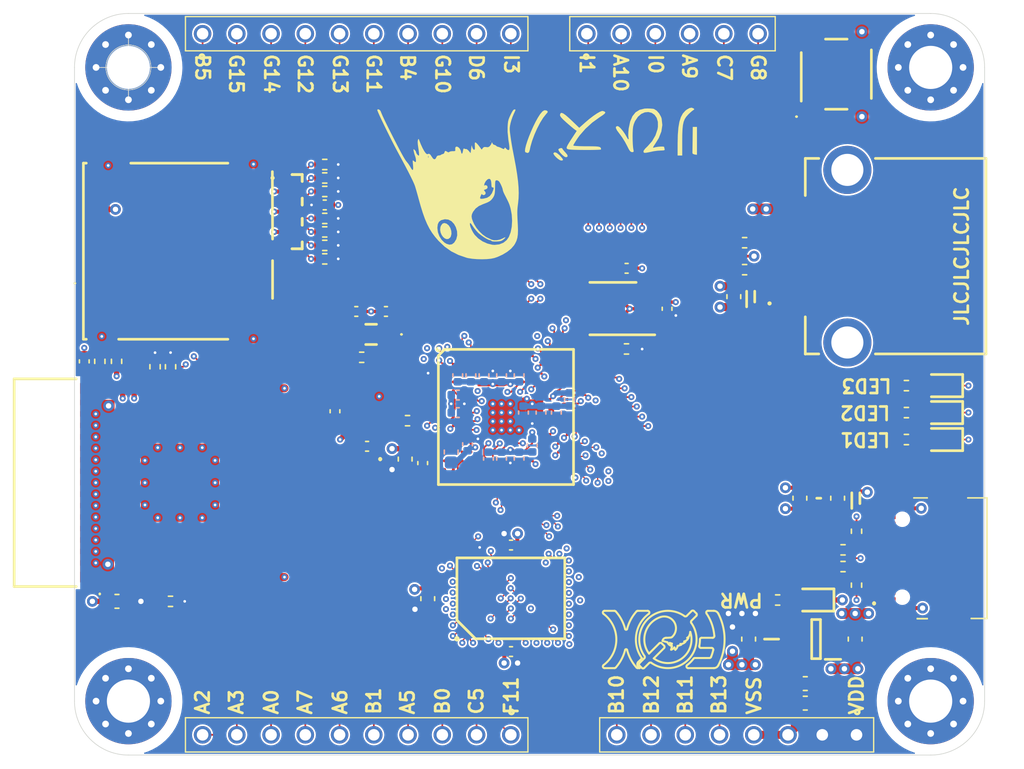
<source format=kicad_pcb>
(kicad_pcb (version 20211014) (generator pcbnew)
  (layers (0 "F.Cu" signal) (1 "In1.Cu" signal) (2 "In2.Cu" signal) (3 "In3.Cu" signal) (4 "In4.Cu" signal) (31 "B.Cu" signal) (34 "B.Paste" user) (35 "F.Paste" user) (36 "B.SilkS" user "B.Silkscreen") (37 "F.SilkS" user "F.Silkscreen") (38 "B.Mask" user) (39 "F.Mask" user) (44 "Edge.Cuts" user))
  (net 0 "")
  (net 2 "PB5")
  (net 3 "PG14")
  (net 4 "PG13")
  (net 5 "PB4")
  (net 8 "PG15")
  (net 9 "PG12")
  (net 10 "PG11")
  (net 11 "PG10")
  (net 35 "VCAP2")
  (net 49 "VDD")
  (net 50 "VSS")
  (net 51 "SDMMC_CK")
  (net 52 "SDMMC_D3")
  (net 53 "SDMMC_D2")
  (net 54 "SDMMC_CMD")
  (net 55 "SDMMC_D1")
  (net 56 "SDMMC_D0")
  (net 57 "USB_HOST_DP")
  (net 58 "USB_HOST_DN")
  (net 59 "USB_DEV_DN")
  (net 60 "USB_DEV_DP")
  (net 61 "PSRAM_A19")
  (net 62 "PSRAM_NBL1")
  (net 63 "PSRAM_NBL0")
  (net 64 "SYS_SWO")
  (net 65 "PSRAM_CE#")
  (net 66 "SYS_SWCLK")
  (net 67 "SYS_SWDIO")
  (net 68 "PSRAM_A20")
  (net 69 "PSRAM_A21")
  (net 70 "PSRAM_DQ2")
  (net 71 "PSRAM_WE#")
  (net 72 "PSRAM_DQ3")
  (net 73 "PSRAM_OE#")
  (net 74 "RCC_OSC32_IN")
  (net 75 "PSRAM_A0")
  (net 76 "RCC_OSC32_OUT")
  (net 77 "RCC_OSC_IN")
  (net 78 "RCC_OSC_OUT")
  (net 79 "PSRAM_A2")
  (net 80 "PSRAM_A1")
  (net 81 "NRST")
  (net 82 "PSRAM_A3")
  (net 83 "PSRAM_A4")
  (net 84 "PSRAM_A5")
  (net 85 "PSRAM_A15")
  (net 86 "PSRAM_A14")
  (net 87 "PSRAM_A13")
  (net 88 "PSRAM_DQ1")
  (net 89 "PSRAM_A12")
  (net 90 "PSRAM_A11")
  (net 91 "PSRAM_DQ0")
  (net 92 "PSRAM_A18")
  (net 93 "PSRAM_A7")
  (net 94 "PSRAM_A10")
  (net 95 "PSRAM_DQ10")
  (net 96 "PSRAM_A17")
  (net 97 "PSRAM_A16")
  (net 98 "PSRAM_DQ15")
  (net 99 "PSRAM_A6")
  (net 100 "PSRAM_A9")
  (net 101 "PSRAM_DQ5")
  (net 102 "PSRAM_DQ6")
  (net 103 "PSRAM_DQ8")
  (net 104 "PSRAM_DQ11")
  (net 105 "PSRAM_DQ14")
  (net 106 "PSRAM_DQ13")
  (net 107 "PSRAM_A8")
  (net 108 "PSRAM_DQ4")
  (net 109 "PSRAM_DQ7")
  (net 110 "PSRAM_DQ9")
  (net 111 "PSRAM_DQ12")
  (net 112 "VCAP1")
  (net 148 "WIFI_UART_RX")
  (net 149 "WIFI_UART_TX")
  (net 150 "WIFI_ENABLE")
  (net 151 "VBUS")
  (net 152 "USB_HOST_RDN")
  (net 153 "USB_HOST_RDP")
  (net 154 "USB_DEV_RDP")
  (net 155 "USB_DEV_RDN")
  (net 156 "VCC")
  (net 157 "CC1")
  (net 159 "CC2")
  (net 165 "SDMMC_SW")
  (net 166 "WIFI_BOOT")
  (net 167 "USB_OTG_VBUS_EN")
  (net 168 "PB11")
  (net 169 "PB10")
  (net 170 "PB13")
  (net 171 "PB12")
  (net 172 "PD6")
  (net 173 "PI3")
  (net 174 "PI1")
  (net 175 "PA10")
  (net 176 "PI0")
  (net 177 "PA9")
  (net 178 "PC7")
  (net 179 "PG8")
  (net 180 "STATUS_LED")
  (net 182 "Net-(C30-Pad1)")
  (net 184 "Net-(C31-Pad1)")
  (net 185 "Net-(C34-Pad1)")
  (net 186 "Net-(LED1-Pad2)")
  (net 187 "Net-(LED2-Pad2)")
  (net 188 "Net-(LED3-Pad2)")
  (net 189 "Net-(LED4-Pad2)")
  (net 190 "STATUS_LED_1")
  (net 191 "STATUS_LED_2")
  (net 192 "STATUS_LED_3")
  (net 193 "PA2")
  (net 194 "PA6")
  (net 195 "PA5")
  (net 196 "PC5")
  (net 197 "PA0")
  (net 198 "PA3")
  (net 199 "PF11")
  (net 200 "PB0")
  (net 201 "PB1")
  (net 202 "PA7")
  (net 207 "Net-(IC6-Pad5)")
  (footprint "Capacitor_SMD:C_0603_1608Metric" (layer "F.Cu") (at 174.6 101.95 90)
    (fp_text reference "C24" hide)
    (fp_text value "2.2u")
  )
  (footprint "Resistor_SMD:R_0402_1005Metric" (layer "F.Cu") (at 136.56 81.2)
    (fp_text reference "R18" hide)
    (fp_text value "10k")
  )
  (footprint "Capacitor_SMD:C_0603_1608Metric" (layer "F.Cu") (at 144.2 109.4 90)
    (fp_text reference "C25" hide)
    (fp_text value "2.2u")
  )
  (footprint "Capacitor_SMD:C_0603_1608Metric" (layer "F.Cu") (at 168 112.4 90)
    (fp_text reference "C40" hide)
    (fp_text value "10u")
  )
  (footprint "SamacSys_Parts:TS18525SL260SMTTR" (layer "F.Cu") (at 174.5 70.5 90)
    (fp_text reference "S1" hide)
    (fp_text value "TS18-5-25-SL-260-SMT-TR" hide)
  )
  (footprint "Capacitor_SMD:C_0402_1005Metric" (layer "F.Cu") (at 143.825 99.345 90)
    (fp_text reference "C35" hide)
    (fp_text value "100n")
  )
  (footprint "Resistor_SMD:R_0402_1005Metric" (layer "F.Cu") (at 175 107.02)
    (fp_text reference "R4" hide)
    (fp_text value "22")
  )
  (footprint "SamacSys_Parts:ECS32712534STR9" (layer "F.Cu") (at 140 89.8 180)
    (fp_text reference "Y2" hide)
    (fp_text value "ECS-.327-12.5-34S-TR9" hide)
  )
  (footprint "Resistor_SMD:R_0402_1005Metric" (layer "F.Cu") (at 179.7 97.6 180)
    (fp_text reference "R22" hide)
    (fp_text value "1k")
  )
  (footprint "Resistor_SMD:R_0402_1005Metric" (layer "F.Cu") (at 136.56 79.2)
    (fp_text reference "R19" hide)
    (fp_text value "10k")
  )
  (footprint "SamacSys_Parts:ECS160733BCKLTR" (layer "F.Cu") (at 139.67 95.5 90)
    (fp_text reference "Y1" hide)
    (fp_text value "ECS-160-7-33B-CKL-TR" hide)
  )
  (footprint "MountingHole:MountingHole_3.2mm_M3_Pad_Via" (layer "F.Cu") (at 181.5 70)
    (fp_text reference "H2" hide)
    (fp_text value "MountingHole_Pad")
  )
  (footprint "Capacitor_SMD:C_0603_1608Metric" (layer "F.Cu") (at 171.8 101.95 -90)
    (fp_text reference "C23" hide)
    (fp_text value "2.2u")
  )
  (footprint "SamacSys_Parts:SLW-110-01-X-S" (layer "F.Cu") (at 150.36 119.5 180)
    (fp_text reference "J6" hide)
    (fp_text value "SLW-110-01-T-S" hide)
  )
  (footprint "SamacSys_Parts:SLW-106-01-X-S" (layer "F.Cu") (at 156 67.5)
    (fp_text reference "J7" hide)
    (fp_text value "SLW-106-01-T-S" hide)
  )
  (footprint "SamacSys_Parts:HUSSP6W41P127_2X3_381X343X440P" (layer "F.Cu") (at 157.9375 87.8875 90)
    (fp_text reference "J4" hide)
    (fp_text value "20021121-00006T4LF" hide)
  )
  (footprint "Capacitor_SMD:C_0603_1608Metric" (layer "F.Cu") (at 121.15 109.6 180)
    (fp_text reference "C37" hide)
    (fp_text value "2.2u")
  )
  (footprint "SamacSys_Parts:SODFL1006X40N" (layer "F.Cu") (at 175.95 101.95 90)
    (fp_text reference "D3" hide)
    (fp_text value "ESD9101P2T5G" hide)
  )
  (footprint "SamacSys_Parts:BGA201C65P15X15_1000X1000X60" (layer "F.Cu") (at 150 95.925)
    (fp_text reference "IC1" hide)
    (fp_text value "STM32F745IGK6" hide)
  )
  (footprint "SamacSys_Parts:SOT95P280X100-5N" (layer "F.Cu") (at 173 112.4 180)
    (fp_text reference "IC6" hide)
    (fp_text value "ADP2108AUJZ-3.3-R7" hide)
  )
  (footprint "LOGO" (layer "F.Cu") (at 146.2 79.5 180)
    (fp_text reference "G***")
    (fp_text value "LOGO" hide)
  )
  (footprint "Capacitor_SMD:C_0402_1005Metric" (layer "F.Cu") (at 118.725 91.8 90)
    (fp_text reference "C30" hide)
    (fp_text value "100n")
  )
  (footprint "SamacSys_Parts:USB4110GFA" (layer "F.Cu") (at 182 106.4 90)
    (fp_text reference "J2" hide)
    (fp_text value "USB4110-GF-A" hide)
  )
  (footprint "SamacSys_Parts:LEDC1608X80N" (layer "F.Cu") (at 182.3 95.6 180)
    (fp_text reference "LED2" hide)
    (fp_text value "150060AS75000" hide)
  )
  (footprint "SamacSys_Parts:ESD8708MUTAG" (layer "F.Cu") (at 134.14 80.7 -90)
    (fp_text reference "D1" hide)
    (fp_text value "ESD8708MUTAG" hide)
  )
  (footprint "Resistor_SMD:R_0402_1005Metric" (layer "F.Cu") (at 136.56 84.2)
    (fp_text reference "R13" hide)
    (fp_text value "10k")
  )
  (footprint "SamacSys_Parts:BEADC1005X55N" (layer "F.Cu") (at 173.2 101.95 -90)
    (fp_text reference "FB1" hide)
    (fp_text value "MMZ1005S121HT000" hide)
  )
  (footprint "SamacSys_Parts:SLW-110-01-X-S" (layer "F.Cu") (at 127.5 67.5)
    (fp_text reference "J5" hide)
    (fp_text value "SLW-110-01-T-S" hide)
  )
  (footprint "Resistor_SMD:R_0402_1005Metric" (layer "F.Cu") (at 167.7 85)
    (fp_text reference "R2" hide)
    (fp_text value "22")
  )
  (footprint "SamacSys_Parts:LQM21PN1R0MC0D" (layer "F.Cu") (at 169.7 112.4 -90)
    (fp_text reference "L1" hide)
    (fp_text value "LQM21PN1R0MC0D" hide)
  )
  (footprint "Resistor_SMD:R_0402_1005Metric" (layer "F.Cu") (at 158.94 90.88)
    (fp_text reference "R7" hide)
    (fp_text value "2.2k")
  )
  (footprint "SamacSys_Parts:ESP32S2MINI1N4" (layer "F.Cu") (at 123.525 100.8 90)
    (fp_text reference "IC3" hide)
    (fp_text value "ESP32-S2-MINI-1-N4" hide)
  )
  (footprint "Capacitor_SMD:C_0603_1608Metric" (layer "F.Cu") (at 175.9 112.4 -90)
    (fp_text reference "C39" hide)
    (fp_text value "4.7u")
  )
  (footprint "Resistor_SMD:R_0402_1005Metric" (layer "F.Cu") (at 125.125 92.2 90)
    (fp_text reference "R11" hide)
    (fp_text value "2.2k")
  )
  (footprint "Resistor_SMD:R_0402_1005Metric" (layer "F.Cu") (at 179.7 95.6 180)
    (fp_text reference "R23" hide)
    (fp_text value "1k")
  )
  (footprint "Resistor_SMD:R_0402_1005Metric" (layer "F.Cu") (at 125.12 109.6)
    (fp_text reference "R12" hide)
    (fp_text value "10k")
  )
  (footprint "MountingHole:MountingHole_3.2mm_M3_Pad_Via" (layer "F.Cu") (at 181.5 117)
    (fp_text reference "H1" hide)
    (fp_text value "MountingHole_Pad")
  )
  (footprint "Capacitor_SMD:C_0402_1005Metric" (layer "F.Cu") (at 139.7 98.1 180)
    (fp_text reference "C31" hide)
    (fp_text value "10p")
  )
  (footprint "MountingHole:MountingHole_3.2mm_M3_Pad_Via" (layer "F.Cu") (at 122 117)
    (fp_text reference "H3" hide)
    (fp_text value "MountingHole_Pad")
  )
  (footprint "Capacitor_SMD:C_0402_1005Metric" (layer "F.Cu") (at 150.375 105.425)
    (fp_text reference "C21" hide)
    (fp_text value "100n")
  )
  (footprint "Capacitor_SMD:C_0402_1005Metric" (layer "F.Cu") (at 141.1 88.1 180)
    (fp_text reference "C33" hide)
    (fp_text value "18p")
  )
  (footprint "Resistor_SMD:R_0402_1005Metric" (layer "F.Cu") (at 139.3 91.5 180)
    (fp_text reference "R21" hide)
    (fp_text value "47")
  )
  (footprint "Resistor_SMD:R_0402_1005Metric" (layer "F.Cu") (at 175 105.78)
    (fp_text reference "R3" hide)
    (fp_text value "22")
  )
  (footprint "Capacitor_SMD:C_0603_1608Metric" (layer "F.Cu") (at 172.2 115.7 180)
    (fp_text reference "C27" hide)
    (fp_text value "2.2u")
  )
  (footprint "Capacitor_SMD:C_0402_1005Metric" (layer "F.Cu") (at 138.9 88.1)
    (fp_text reference "C34" hide)
    (fp_text value "18p")
  )
  (footprint "Resistor_SMD:R_0402_1005Metric" (layer "F.Cu") (at 136.56 82.2)
    (fp_text reference "R17" hide)
    (fp_text value "10k")
  )
  (footprint "Resistor_SMD:R_0402_1005Metric" (layer "F.Cu") (at 176 108.4 -90)
    (fp_text reference "R5" hide)
    (fp_text value "5K1")
  )
  (footprint "SamacSys_Parts:LEDC1608X80N" (layer "F.Cu") (at 172.75 109.5 180)
    (fp_text reference "LED4" hide)
    (fp_text value "150060AS75000" hide)
  )
  (footprint "Resistor_SMD:R_0402_1005Metric" (layer "F.Cu") (at 121.12 91.8 -90)
    (fp_text reference "R9" hide)
    (fp_text value "10k")
  )
  (footprint "SamacSys_Parts:SODFL1006X40N" (layer "F.Cu") (at 168.15 87 90)
    (fp_text reference "D2" hide)
    (fp_text value "ESD9101P2T5G" hide)
  )
  (footprint "Resistor_SMD:R_0402_1005Metric" (layer "F.Cu") (at 179.7 93.6 180)
    (fp_text reference "R24" hide)
    (fp_text value "1k")
  )
  (footprint "Resistor_SMD:R_0402_1005Metric" (layer "F.Cu") (at 123.975 92.2 90)
    (fp_text reference "R10" hide)
    (fp_text value "2.2k")
  )
  (footprint "Resistor_SMD:R_0402_1005Metric" (layer "F.Cu") (at 136.56 77.2)
    (fp_text reference "R15" hide)
    (fp_text value "10k")
  )
  (footprint "Capacitor_SMD:C_0603_1608Metric" (layer "F.Cu") (at 172.2 117.15 180)
    (fp_text reference "C26" hide)
    (fp_text value "2.2u")
  )
  (footprint "SamacSys_Parts:LEDC1608X80N" (layer "F.Cu") (at 182.3 97.6 180)
    (fp_text reference "LED1" hide)
    (fp_text value "150060AS75000" hide)
  )
  (footprint "Resistor_SMD:R_0402_1005Metric" (layer "F.Cu") (at 136.56 78.2)
    (fp_text reference "R14" hide)
    (fp_text value "10k")
  )
  (footprint "Resistor_SMD:R_0402_1005Metric" (layer "F.Cu") (at 119.88 91.8 90)
    (fp_text reference "R8" hide)
    (fp_text value "10k")
  )
  (footprint "SamacSys_Parts:MEM20800012800A" (layer "F.Cu") (at 125.675 83.63 90)
    (fp_text reference "J8" hide)
    (fp_text value "MEM2080-00-128-00-A" hide)
  )
  (footprint "MountingHole:MountingHole_3.2mm_M3_Pad_Via" (layer "F.Cu") (at 122 70)
    (fp_text reference "H4" hide)
    (fp_text value "MountingHole_Pad")
  )
  (footprint "SamacSys_Parts:SOT35P100X50-3N" (layer "F.Cu") (at 166.7 84)
    (fp_text reference "IC5" hide)
    (fp_text value "TPD2EUSB30ADRTR" hide)
  )
  (footprint "SamacSys_Parts:LEDC1608X80N" (layer "F.Cu") (at 182.3 93.6 180)
    (fp_text reference "LED3" hide)
    (fp_text value "150060AS75000" hide)
  )
  (footprint "Resistor_SMD:R_0402_1005Metric" (layer "F.Cu") (at 170.15 109.5 180)
    (fp_text reference "R25" hide)
    (fp_text value "1k")
  )
  (footprint "Capacitor_SMD:C_0402_1005Metric" (layer "F.Cu") (at 136.56 80.2)
    (fp_text reference "C38" hide)
    (fp_text value "100n")
  )
  (footprint "Capacitor_SMD:C_0603_1608Metric" (layer "F.Cu") (at 166.9 87 90)
    (fp_text reference "C22" hide)
    (fp_text value "2.2u")
  )
  (footprint "Resistor_SMD:R_0402_1005Metric" (layer "F.Cu") (at 142.7 96.2)
    (fp_text reference "R20" hide)
    (fp_text value "47")
  )
  (footprint "LOGO" (layer "F.Cu") (at 157.8 74.6 180)
    (fp_text reference "G***" hide)
    (fp_text value "LOGO" hide)
  )
  (footprint "SamacSys_Parts:SOT35P100X50-3N" (layer "F.Cu") (at 173 106.4)
    (fp_text reference "IC4" hide)
    (fp_text value "TPD2EUSB30ADRTR" hide)
  )
  (footprint "SamacSys_Parts:SLW-108-01-X-S" (layer "F.Cu") (at 176 119.5 180)
    (fp_text reference "J3" hide)
    (fp_text value "SLW-108-01-T-S" hide)
  )
  (footprint "Resistor_SMD:R_0402_1005Metric" (layer "F.Cu") (at 136.56 83.2)
    (fp_text reference "R16" hide)
    (fp_text value "10k")
  )
  (footprint "Capacitor_SMD:C_0402_1005Metric" (layer "F.Cu") (at 137.32 95.5 90)
    (fp_text reference "C32" hide)
    (fp_text value "10p")
  )
  (footprint "Capacitor_SMD:C_0402_1005Metric" (layer "F.Cu") (at 158.95 84.9 180)
    (fp_text reference "C29" hide)
    (fp_text value "100n")
  )
  (footprint "Capacitor_SMD:C_0402_1005Metric" (layer "F.Cu") (at 161.95 87.9 -90)
    (fp_text reference "C28" hide)
    (fp_text value "100n")
  )
  (footprint "SamacSys_Parts:USB1046GF0190LBA" (layer "F.Cu") (at 178.9 84 90)
    (fp_text reference "J1" hide)
    (fp_text value "USB1046-GF-0190-L-B-A" hide)
  )
  (footprint "Capacitor_SMD:C_0603_1608Metric" (layer "F.Cu") (at 142.525 99.05 90)
    (fp_text reference "C36" hide)
    (fp_text value "2.2u")
  )
  (footprint "SamacSys_Parts:BGA48C75P6X8_600X800X120" (layer "F.Cu") (at 150.3625 109.375 90)
    (fp_text reference "IC2" hide)
    (fp_text value "IS66WVE4M16EBLL-70BLI" hide)
  )
  (footprint "Resistor_SMD:R_0402_1005Metric" (layer "F.Cu") (at 176 104.4 90)
    (fp_text reference "R6" hide)
    (fp_text value "5K1")
  )
  (footprint "Resistor_SMD:R_0402_1005Metric" (layer "F.Cu") (at 167.7 83)
    (fp_text reference "R1" hide)
    (fp_text value "22")
  )
  (footprint "Capacitor_SMD:C_0402_1005Metric" (layer "F.Cu") (at 150.375 113.325 180)
    (fp_text reference "C13" hide)
    (fp_text value "100n")
  )
  (footprint "Capacitor_SMD:C_0402_1005Metric" (layer "B.Cu") (at 148.7 99.0125 90)
    (fp_text reference "C14" hide)
    (fp_text value "100n")
  )
  (footprint "Capacitor_SMD:C_0402_1005Metric" (layer "B.Cu") (at 147.4 92.8375 -90)
    (fp_text reference "C5" hide)
    (fp_text value "100n")
  )
  (footprint "Capacitor_SMD:C_0402_1005Metric" (layer "B.Cu") (at 151.95 98.0375 -90)
    (fp_text reference "C19" hide)
    (fp_text value "2.2u")
  )
  (footprint "Capacitor_SMD:C_0402_1005Metric" (layer "B.Cu") (at 154.7125 94.625 -90)
    (fp_text reference "C18" hide)
    (fp_text value "2.2u")
  )
  (footprint "Capacitor_SMD:C_0402_1005Metric" (layer "B.Cu") (at 148.375 92.8375 -90)
    (fp_text reference "C4" hide)
    (fp_text value "100n")
  )
  (footprint "Capacitor_SMD:C_0402_1005Metric" (layer "B.Cu") (at 146.425 94.3 180)
    (fp_text reference "C9" hide)
    (fp_text value "100n")
  )
  (footprint "Capacitor_SMD:C_0402_1005Metric" (layer "B.Cu") (at 153.7375 95.6 90)
    (fp_text reference "C8" hide)
    (fp_text value "100n")
  )
  (footprint "Capacitor_SMD:C_0402_1005Metric" (layer "B.Cu") (at 149.675 92.8375 -90)
    (fp_text reference "C3" hide)
    (fp_text value "100n")
  )
  (footprint "Capacitor_SMD:C_0402_1005Metric" (layer "B.Cu") (at 147.15 97.95 -90)
    (fp_text reference "C17" hide)
    (fp_text value "100n")
  )
  (footprint "Capacitor_SMD:C_0402_1005Metric" (layer "B.Cu") (at 146.425 95.6 180)
    (fp_text reference "C10" hide)
    (fp_text value "100n")
  )
  (footprint "Capacitor_SMD:C_0402_1005Metric" (layer "B.Cu") (at 152.6 95.6 90)
    (fp_text reference "C6" hide)
    (fp_text value "100n")
  )
  (footprint "Capacitor_SMD:C_0402_1005Metric" (layer "B.Cu") (at 146.425 92.8375 -90)
    (fp_text reference "C2" hide)
    (fp_text value "100n")
  )
  (footprint "Capacitor_SMD:C_0402_1005Metric" (layer "B.Cu") (at 149.675 99.0125 90)
    (fp_text reference "C16" hide)
    (fp_text value "100n")
  )
  (footprint "Capacitor_SMD:C_0402_1005Metric" (layer "B.Cu") (at 151.3 95.6 90)
    (fp_text reference "C7" hide)
    (fp_text value "100n")
  )
  (footprint "Capacitor_SMD:C_0402_1005Metric" (layer "B.Cu") (at 150.975 92.8375 -90)
    (fp_text reference "C1" hide)
    (fp_text value "100n")
  )
  (footprint "Capacitor_SMD:C_0603_1608Metric" (layer "B.Cu") (at 145.9375 98.525 -90)
    (fp_text reference "C20" hide)
    (fp_text value "2.2u")
  )
  (footprint "Capacitor_SMD:C_0402_1005Metric" (layer "B.Cu") (at 150.975 99.0125 90)
    (fp_text reference "C15" hide)
    (fp_text value "100n")
  )
  (gr_arc (start 159.775314 114.552818) (mid 159.724288 114.541925) (end 159.682145 114.511151) (layer "F.SilkS") (width 0.15))
  (gr_arc (start 159.812108 114.450315) (mid 159.738857 114.273527) (end 159.812108 114.096762) (layer "F.SilkS") (width 0.15))
  (gr_line (start 163.768714 110.316933) (end 163.403343 110.682304) (layer "F.SilkS") (width 0.15))
  (gr_line (start 160.25405 114.538703) (end 160.619421 114.173332) (layer "F.SilkS") (width 0.15))
  (gr_arc (start 163.403343 110.682304) (mid 163.325413 110.718454) (end 163.242534 110.695799) (layer "F.SilkS") (width 0.15))
  (gr_arc (start 165.374459 113.205997) (mid 165.302669 113.468628) (end 165.210402 113.724783) (layer "F.SilkS") (width 0.15))
  (gr_arc (start 164.873293 110.49771) (mid 165.272236 111.295275) (end 165.453556 112.168425) (layer "F.SilkS") (width 0.15))
  (gr_line (start 165.414752 110.302818) (end 164.976927 110.302818) (layer "F.SilkS") (width 0.15))
  (gr_arc (start 163.525404 112.313874) (mid 163.49814 112.360511) (end 163.468807 112.405876) (layer "F.SilkS") (width 0.15))
  (gr_line (start 159.900497 114.361927) (end 160.077273 114.538703) (layer "F.SilkS") (width 0.15))
  (gr_line (start 160.963414 113.82934) (end 161.727205 113.065548) (layer "F.SilkS") (width 0.15))
  (gr_arc (start 162.997052 112.813316) (mid 162.865292 112.86765) (end 162.72803 112.906016) (layer "F.SilkS") (width 0.15))
  (gr_arc (start 160.511382 110.302818) (mid 160.629954 110.388282) (end 160.586382 110.527818) (layer "F.SilkS") (width 0.15))
  (gr_line (start 159.812108 114.096762) (end 160.087905 113.820965) (layer "F.SilkS") (width 0.15))
  (gr_arc (start 162.997052 112.813316) (mid 162.960772 112.792668) (end 162.936075 112.759011) (layer "F.SilkS") (width 0.15))
  (gr_arc (start 158.838726 113.20294) (mid 158.568387 113.89905) (end 158.140619 114.511151) (layer "F.SilkS") (width 0.15))
  (gr_arc (start 163.743401 111.196666) (mid 163.513976 113.930395) (end 160.78023 114.159837) (layer "F.SilkS") (width 0.15))
  (gr_arc (start 159.900497 114.361927) (mid 159.863858 114.273527) (end 159.900497 114.18515) (layer "F.SilkS") (width 0.15))
  (gr_arc (start 161.727205 112.888771) (mid 161.763836 112.977171) (end 161.727205 113.065548) (layer "F.SilkS") (width 0.15))
  (gr_arc (start 162.321244 112.240636) (mid 162.274949 112.270673) (end 162.221607 112.284831) (layer "F.SilkS") (width 0.15))
  (gr_line (start 162.285106 112.795152) (end 162.145517 112.680085) (layer "F.SilkS") (width 0.15))
  (gr_arc (start 159.682145 110.344485) (mid 159.724284 110.313705) (end 159.775314 110.302818) (layer "F.SilkS") (width 0.15))
  (gr_arc (start 163.743401 111.196666) (mid 163.720693 111.113779) (end 163.756896 111.035857) (layer "F.SilkS") (width 0.15))
  (gr_arc (start 164.873293 110.49771) (mid 164.866541 110.369123) (end 164.976927 110.302818) (layer "F.SilkS") (width 0.15))
  (gr_arc (start 158.838726 113.20294) (mid 158.911382 113.146543) (end 158.984038 113.20294) (layer "F.SilkS") (width 0.15))
  (gr_arc (start 160.279363 113.65897) (mid 160.508772 110.925191) (end 163.242534 110.695799) (layer "F.SilkS") (width 0.15))
  (gr_line (start 161.727205 112.888771) (end 161.550429 112.711995) (layer "F.SilkS") (width 0.15))
  (gr_arc (start 160.087905 113.820965) (mid 159.66312 112.072361) (end 160.586382 110.527818) (layer "F.SilkS") (width 0.15))
  (gr_line (start 157.311382 114.552818) (end 158.04745 114.552818) (layer "F.SilkS") (width 0.15))
  (gr_line (start 165.094561 113.802818) (end 164.011382 113.802818) (layer "F.SilkS") (width 0.15))
  (gr_arc (start 163.668807 111.866175) (mid 163.65229 111.970346) (end 163.626721 112.072672) (layer "F.SilkS") (width 0.15))
  (gr_arc (start 163.911382 113.852818) (mid 163.690766 114.107203) (end 163.436382 114.327818) (layer "F.SilkS") (width 0.15))
  (gr_arc (start 158.04745 110.302818) (mid 158.098481 110.313705) (end 158.140619 110.344485) (layer "F.SilkS") (width 0.15))
  (gr_arc (start 163.468807 112.405876) (mid 163.362595 112.512099) (end 163.224695 112.57167) (layer "F.SilkS") (width 0.15))
  (gr_arc (start 165.748247 110.506336) (mid 166.213308 112.427816) (end 165.748247 114.3493) (layer "F.SilkS") (width 0.15))
  (gr_arc (start 157.311382 114.552818) (mid 157.192783 114.467339) (end 157.236382 114.327818) (layer "F.SilkS") (width 0.15))
  (gr_arc (start 164.122267 110.493709) (mid 164.158882 110.582098) (end 164.122267 110.670486) (layer "F.SilkS") (width 0.15))
  (gr_arc (start 163.511382 114.552818) (mid 163.392783 114.467339) (end 163.436382 114.327818) (layer "F.SilkS") (width 0.15))
  (gr_arc (start 162.488804 113.016581) (mid 162.385171 113.122799) (end 162.250786 113.18573) (layer "F.SilkS") (width 0.15))
  (gr_arc (start 157.236382 110.527818) (mid 158.186368 112.427811) (end 157.236382 114.327818) (layer "F.SilkS") (width 0.15))
  (gr_arc (start 159.682145 114.511151) (mid 159.254371 113.899053) (end 158.984038 113.20294) (layer "F.SilkS") (width 0.15))
  (gr_line (start 161.373652 112.711995) (end 160.60986 113.475786) (layer "F.SilkS") (width 0.15))
  (gr_arc (start 164.386382 112.427818) (mid 164.422987 112.339417) (end 164.511382 112.302818) (layer "F.SilkS") (width 0.15))
  (gr_arc (start 164.386382 112.427818) (mid 164.374354 112.666527) (end 164.338397 112.902818) (layer "F.SilkS") (width 0.15))
  (gr_arc (start 165.252677 113.052818) (mid 165.350519 113.100026) (end 165.374459 113.205997) (layer "F.SilkS") (width 0.15))
  (gr_line (start 161.613964 112.532697) (end 161.973005 112.633372) (layer "F.SilkS") (width 0.15))
  (gr_arc (start 163.668807 111.866175) (mid 163.039172 113.844178) (end 160.963414 113.82934) (layer "F.SilkS") (width 0.15))
  (gr_arc (start 158.984038 111.652696) (mid 158.911382 111.709093) (end 158.838726 111.652696) (layer "F.SilkS") (width 0.15))
  (gr_arc (start 160.60986 113.475786) (mid 160.3425 111.90114) (end 161.46527 110.765211) (layer "F.SilkS") (width 0.15))
  (gr_arc (start 162.72803 112.906016) (mid 162.672262 113.065425) (end 162.559108 113.190787) (layer "F.SilkS") (width 0.15))
  (gr_line (start 163.511382 114.552818) (end 165.414752 114.552818) (layer "F.SilkS") (width 0.15))
  (gr_line (start 164.122267 110.493709) (end 163.945491 110.316933) (layer "F.SilkS") (width 0.15))
  (gr_arc (start 158.140619 110.344485) (mid 158.568387 110.956585) (end 158.838726 111.652696) (layer "F.SilkS") (width 0.15))
  (gr_arc (start 157.236382 110.527818) (mid 157.192782 110.388272) (end 157.311382 110.302818) (layer "F.SilkS") (width 0.15))
  (gr_line (start 159.914611 114.552818) (end 159.812108 114.450315) (layer "F.SilkS") (width 0.15))
  (gr_arc (start 165.453556 112.168425) (mid 165.420553 112.262817) (end 165.32891 112.302818) (layer "F.SilkS") (width 0.15))
  (gr_arc (start 162.559108 113.190787) (mid 162.51829 113.105971) (end 162.488804 113.016581) (layer "F.SilkS") (width 0.15))
  (gr_arc (start 161.613964 112.532697) (mid 161.7 112.369998) (end 161.871788 112.303953) (layer "F.SilkS") (width 0.15))
  (gr_arc (start 160.619421 114.173332) (mid 160.697351 114.137169) (end 160.78023 114.159837) (layer "F.SilkS") (width 0.15))
  (gr_line (start 158.04745 110.302818) (end 157.311382 110.302818) (layer "F.SilkS") (width 0.15))
  (gr_arc (start 160.279363 113.65897) (mid 160.302048 113.741847) (end 160.265868 113.819779) (layer "F.SilkS") (width 0.15))
  (gr_arc (start 158.984038 111.652696) (mid 159.25437 110.956581) (end 159.682145 110.344485) (layer "F.SilkS") (width 0.15))
  (gr_line (start 162.145517 112.680085) (end 162.305682 112.733818) (layer "F.SilkS") (width 0.15))
  (gr_line (start 162.305682 112.733818) (end 162.285106 112.795152) (layer "F.SilkS") (width 0.15))
  (gr_arc (start 163.299204 112.60507) (mid 163.258386 112.596321) (end 163.224695 112.57167) (layer "F.SilkS") (width 0.15))
  (gr_arc (start 161.373652 112.711995) (mid 161.462041 112.675383) (end 161.550429 112.711995) (layer "F.SilkS") (width 0.15))
  (gr_line (start 159.775314 114.552818) (end 159.914611 114.552818) (layer "F.SilkS") (width 0.15))
  (gr_arc (start 162.221607 112.284831) (mid 162.046919 112.298445) (end 161.871788 112.303953) (layer "F.SilkS") (width 0.15))
  (gr_arc (start 158.140619 114.511151) (mid 158.098477 114.541921) (end 158.04745 114.552818) (layer "F.SilkS") (width 0.15))
  (gr_line (start 160.265868 113.819779) (end 159.900497 114.18515) (layer "F.SilkS") (width 0.15))
  (gr_arc (start 165.414752 110.302818) (mid 165.610106 110.357705) (end 165.748247 110.506336) (layer "F.SilkS") (width 0.15))
  (gr_arc (start 161.46527 110.765211) (mid 162.491296 111.155959) (end 162.321244 112.240636) (layer "F.SilkS") (width 0.15))
  (gr_line (start 165.32891 112.302818) (end 164.511382 112.302818) (layer "F.SilkS") (width 0.15))
  (gr_arc (start 163.299204 112.60507) (mid 163.259772 112.640675) (end 163.218807 112.674507) (layer "F.SilkS") (width 0.15))
  (gr_arc (start 163.525404 112.313874) (mid 163.483849 112.317903) (end 163.444279 112.304605) (layer "F.SilkS") (width 0.15))
  (gr_line (start 163.756896 111.035857) (end 164.122267 110.670486) (layer "F.SilkS") (width 0.15))
  (gr_arc (start 163.768714 110.316933) (mid 163.857103 110.280321) (end 163.945491 110.316933) (layer "F.SilkS") (width 0.15))
  (gr_arc (start 163.626721 112.072672) (mid 163.557675 112.206083) (end 163.444279 112.304605) (layer "F.SilkS") (width 0.15))
  (gr_line (start 160.511382 110.302818) (end 159.775314 110.302818) (layer "F.SilkS") (width 0.15))
  (gr_arc (start 160.25405 114.538703) (mid 160.165662 114.575315) (end 160.077273 114.538703) (layer "F.SilkS") (width 0.15))
  (gr_arc (start 163.911382 113.852818) (mid 163.955479 113.816009) (end 164.011382 113.802818) (layer "F.SilkS") (width 0.15))
  (gr_line (start 162.312487 112.91353) (end 162.250786 113.18573) (layer "F.SilkS") (width 0.15))
  (gr_arc (start 163.218807 112.674507) (mid 163.085517 112.743774) (end 162.936075 112.759011) (layer "F.SilkS") (width 0.15))
  (gr_arc (start 165.210402 113.724783) (mid 165.164392 113.781473) (end 165.094561 113.802818) (layer "F.SilkS") (width 0.15))
  (gr_arc (start 164.460872 113.052818) (mid 164.364048 113.006871) (end 164.338397 112.902818) (layer "F.SilkS") (width 0.15))
  (gr_line (start 164.460872 113.052818) (end 165.252677 113.052818) (layer "F.SilkS") (width 0.15))
  (gr_arc (start 162.312487 112.91353) (mid 162.107181 112.81655) (end 161.973005 112.633372) (layer "F.SilkS") (width 0.15))
  (gr_arc (start 165.748247 114.3493) (mid 165.610092 114.497901) (end 165.414752 114.552818) (layer "F.SilkS") (width 0.15))
  (gr_arc (start 185.5 117) (mid 184.328427 119.828427) (end 181.5 121) (layer "Edge.Cuts") (width 0.05))
  (gr_line (start 185.5 70) (end 185.5 117) (layer "Edge.Cuts") (width 0.05))
  (gr_arc (start 122 121) (mid 119.171573 119.828427) (end 118 117) (layer "Edge.Cuts") (width 0.05))
  (gr_arc (start 118 70) (mid 119.171573 67.171573) (end 122 66) (layer "Edge.Cuts") (width 0.05))
  (gr_line (start 118 117) (end 118 70) (layer "Edge.Cuts") (width 0.05))
  (gr_arc (start 181.5 66) (mid 184.328427 67.171573) (end 185.5 70) (layer "Edge.Cuts") (width 0.05))
  (gr_line (start 122 66) (end 181.5 66) (layer "Edge.Cuts") (width 0.05))
  (gr_line (start 181.5 121) (end 122 121) (layer "Edge.Cuts") (width 0.05))
  (gr_text "VDD" (at 176 118.1 90) (layer "F.SilkS") (effects (font (size 1 1) (thickness 0.2)) (justify left)))
  (gr_text "B4" (at 142.7 68.9 270) (layer "F.SilkS") (effects (font (size 1 1) (thickness 0.2)) (justify left)))
  (gr_text "B0" (at 145.3 118.1 90) (layer "F.SilkS") (effects (font (size 1 1) (thickness 0.2)) (justify left)))
  (gr_text "I3" (at 150.4 68.9 270) (layer "F.SilkS") (effects (font (size 1 1) (thickness 0.2)) (justify left)))
  (gr_text "A7" (at 135.1 118.1 90) (layer "F.SilkS") (effects (font (size 1 1) (thickness 0.2)) (justify left)))
  (gr_text "G14" (at 132.6 68.9 270) (layer "F.SilkS") (effects (font (size 1 1) (thickness 0.2)) (justify left)))
  (gr_text "LED2" (at 178.6 95.6 180) (layer "F.SilkS") (effects (font (size 1 1) (thickness 0.2)) (justify left)))
  (gr_text "JLCJLCJLCJLC" (at 183.8 84 90) (layer "F.SilkS") (effects (font (size 1 1) (thickness 0.2))))
  (gr_text "G10" (at 145.3 68.9 270) (layer "F.SilkS") (effects (font (size 1 1) (thickness 0.2)) (justify left)))
  (gr_text "B5" (at 127.5 68.9 270) (layer "F.SilkS") (effects (font (size 1 1) (thickness 0.2)) (justify left)))
  (gr_text "B11" (at 163.3 118.1 90) (layer "F.SilkS") (effects (font (size 1 1) (thickness 0.2)) (justify left)))
  (gr_text "I0" (at 161.1 68.9 270) (layer "F.SilkS") (effects (font (size 1 1) (thickness 0.2)) (justify left)))
  (gr_text "G12" (at 135.1 68.9 270) (layer "F.SilkS") (effects (font (size 1 1) (thickness 0.2)) (justify left)))
  (gr_text "C7" (at 166.2 68.9 270) (layer "F.SilkS") (effects (font (size 1 1) (thickness 0.2)) (justify left)))
  (gr_text "LED3" (at 178.7 93.6 180) (layer "F.SilkS") (effects (font (size 1 1) (thickness 0.2)) (justify left)))
  (gr_text "VSS" (at 168.4 118.1 90) (layer "F.SilkS") (effects (font (size 1 1) (thickness 0.2)) (justify left)))
  (gr_text "B1" (at 140.2 118.1 90) (layer "F.SilkS") (effects (font (size 1 1) (thickness 0.2)) (justify left)))
  (gr_text "B10" (at 158.2 118.1 90) (layer "F.SilkS") (effects (font (size 1 1) (thickness 0.2)) (justify left)))
  (gr_text "PWR" (at 169.15 109.5 180) (layer "F.SilkS") (effects (font (size 1 1) (thickness 0.2)) (justify left)))
  (gr_text "G11" (at 140.2 68.9 270) (layer "F.SilkS") (effects (font (size 1 1) (thickness 0.2)) (justify left)))
  (gr_text "D6" (at 147.8 68.9 270) (layer "F.SilkS") (effects (font (size 1 1) (thickness 0.2)) (justify left)))
  (gr_text "I1" (at 156 68.9 270) (layer "F.SilkS") (effects (font (size 1 1) (thickness 0.2)) (justify left)))
  (gr_text "A3" (at 130 118.1 90) (layer "F.SilkS") (effects (font (size 1 1) (thickness 0.2)) (justify left)))
  (gr_text "A10" (at 158.5 68.9 270) (layer "F.SilkS") (effects (font (size 1 1) (thickness 0.2)) (justify left)))
  (gr_text "A9" (at 163.6 68.9 270) (layer "F.SilkS") (effects (font (size 1 1) (thickness 0.2)) (justify left)))
  (gr_text "F11" (at 150.4 118.1 90) (layer "F.SilkS") (effects (font (size 1 1) (thickness 0.2)) (justify left)))
  (gr_text "LED1" (at 178.6 97.6 180) (layer "F.SilkS") (effects (font (size 1 1) (thickness 0.2)) (justify left)))
  (gr_text "C5" (at 147.8 118.1 90) (layer "F.SilkS") (effects (font (size 1 1) (thickness 0.2)) (justify left)))
  (gr_text "G8" (at 168.7 68.9 270) (layer "F.SilkS") (effects (font (size 1 1) (thickness 0.2)) (justify left)))
  (gr_text "G13" (at 137.7 68.9 270) (layer "F.SilkS") (effects (font (size 1 1) (thickness 0.2)) (justify left)))
  (gr_text "A5" (at 142.7 118.1 90) (layer "F.SilkS") (effects (font (size 1 1) (thickness 0.2)) (justify left)))
  (gr_text "A6" (at 137.7 118.1 90) (layer "F.SilkS") (effects (font (size 1 1) (thickness 0.2)) (justify left)))
  (gr_text "A2" (at 127.5 118.1 90) (layer "F.SilkS") (effects (font (size 1 1) (thickness 0.2)) (justify left)))
  (gr_text "B12" (at 160.8 118.1 90) (layer "F.SilkS") (effects (font (size 1 1) (thickness 0.2)) (justify left)))
  (gr_text "A0" (at 132.6 118.1 90) (layer "F.SilkS") (effects (font (size 1 1) (thickness 0.2)) (justify left)))
  (gr_text "B13" (at 165.8 118.1 90) (layer "F.SilkS") (effects (font (size 1 1) (thickness 0.2)) (justify left)))
  (gr_text "G15" (at 130 68.9 270) (layer "F.SilkS") (effects (font (size 1 1) (thickness 0.2)) (justify left)))
  (target plus (at 122 70) (size 5) (width 0.0381) (layer "Edge.Cuts"))
  (target plus (at 122 70) (size 5) (width 0.0381) (layer "Edge.Cuts"))
  (target plus (at 122 70) (size 5) (width 0.0381) (layer "Edge.Cuts"))
  (target plus (at 122 70) (size 5) (width 0.0381) (layer "Edge.Cuts"))
  (segment (start 127.5 72.175) (end 127.5 67.5) (width 0.127) (layer "F.Cu") (net 2))
  (segment (start 130.825 75.5) (end 127.5 72.175) (width 0.127) (layer "F.Cu") (net 2))
  (segment (start 148.7 91.375) (end 148.7 84.2) (width 0.127) (layer "F.Cu") (net 2))
  (segment (start 148.7 84.2) (end 140 75.5) (width 0.127) (layer "F.Cu") (net 2))
  (segment (start 140 75.5) (end 130.825 75.5) (width 0.127) (layer "F.Cu") (net 2))
  (segment (start 141.325 74.825) (end 135.275 74.825) (width 0.127) (layer "F.Cu") (net 3))
  (segment (start 135.275 74.825) (end 132.58 72.13) (width 0.127) (layer "F.Cu") (net 3))
  (segment (start 149.35 82.85) (end 141.325 74.825) (width 0.127) (layer "F.Cu") (net 3))
  (segment (start 149.35 91.375) (end 149.35 82.85) (width 0.127) (layer "F.Cu") (net 3))
  (segment (start 132.58 72.13) (end 132.58 67.5) (width 0.127) (layer "F.Cu") (net 3))
  (segment (start 137.66 72.21) (end 137.66 67.5) (width 0.127) (layer "F.Cu") (net 4))
  (segment (start 150 91.375) (end 150 81.5) (width 0.127) (layer "F.Cu") (net 4))
  (segment (start 142.625 74.125) (end 139.575 74.125) (width 0.127) (layer "F.Cu") (net 4))
  (segment (start 150 81.5) (end 142.625 74.125) (width 0.127) (layer "F.Cu") (net 4))
  (segment (start 139.575 74.125) (end 137.66 72.21) (width 0.127) (layer "F.Cu") (net 4))
  (segment (start 142.74 72.24) (end 142.74 67.5) (width 0.127) (layer "F.Cu") (net 5))
  (segment (start 150.65 80.15) (end 142.74 72.24) (width 0.127) (layer "F.Cu") (net 5))
  (segment (start 150.65 91.375) (end 150.65 80.15) (width 0.127) (layer "F.Cu") (net 5))
  (segment (start 149.025 83.525) (end 140.65 75.15) (width 0.127) (layer "F.Cu") (net 8))
  (segment (start 133.075 75.15) (end 130.04 72.115) (width 0.127) (layer "F.Cu") (net 8))
  (segment (start 130.04 72.115) (end 130.04 67.5) (width 0.127) (layer "F.Cu") (net 8))
  (segment (start 149.025 91.7) (end 149.025 83.525) (width 0.127) (layer "F.Cu") (net 8))
  (segment (start 140.65 75.15) (end 133.075 75.15) (width 0.127) (layer "F.Cu") (net 8))
  (segment (start 149.35 92.025) (end 149.025 91.7) (width 0.127) (layer "F.Cu") (net 8))
  (segment (start 149.675 82.175) (end 142 74.5) (width 0.127) (layer "F.Cu") (net 9))
  (segment (start 142 74.5) (end 137.425 74.5) (width 0.127) (layer "F.Cu") (net 9))
  (segment (start 149.675 91.7) (end 149.675 82.175) (width 0.127) (layer "F.Cu") (net 9))
  (segment (start 150 92.025) (end 149.675 91.7) (width 0.127) (layer "F.Cu") (net 9))
  (segment (start 137.425 74.5) (end 135.12 72.195) (width 0.127) (layer "F.Cu") (net 9))
  (segment (start 135.12 72.195) (end 135.12 67.5) (width 0.127) (layer "F.Cu") (net 9))
  (segment (start 141.825 73.8) (end 140.2 72.175) (width 0.127) (layer "F.Cu") (net 10))
  (segment (start 150.325 91.7) (end 150.325 80.825) (width 0.127) (layer "F.Cu") (net 10))
  (segment (start 150.65 92.025) (end 150.325 91.7) (width 0.127) (layer "F.Cu") (net 10))
  (segment (start 140.2 72.175) (end 140.2 67.5) (width 0.127) (layer "F.Cu") (net 10))
  (segment (start 143.3 73.8) (end 141.825 73.8) (width 0.127) (layer "F.Cu") (net 10))
  (segment (start 150.325 80.825) (end 143.3 73.8) (width 0.127) (layer "F.Cu") (net 10))
  (segment (start 145.28 73.78) (end 145.28 67.5) (width 0.127) (layer "F.Cu") (net 11))
  (segment (start 150.975 79.475) (end 145.28 73.78) (width 0.127) (layer "F.Cu") (net 11))
  (segment (start 151.3 92.025) (end 150.975 91.7) (width 0.127) (layer "F.Cu") (net 11))
  (segment (start 150.975 91.7) (end 150.975 79.475) (width 0.127) (layer "F.Cu") (net 11))
  (segment (start 153.25 94.625) (end 153.49375 94.38125) (width 0.127) (layer "F.Cu") (net 35))
  (via (at 153.49375 94.38125) (size 0.45) (drill 0.2) (layers "F.Cu" "B.Cu") (net 35))
  (segment (start 153.73 94.145) (end 153.49375 94.38125) (width 0.4) (layer "B.Cu") (net 35))
  (segment (start 154.7125 94.145) (end 153.73 94.145) (width 0.4) (layer "B.Cu") (net 35))
  (segment (start 144.475 100.475) (end 143.825 99.825) (width 0.127) (layer "F.Cu") (net 49))
  (segment (start 169.64 109.5) (end 169.64 111.165) (width 0.6) (layer "F.Cu") (net 49))
  (segment (start 143.825 99.825) (end 142.525 99.825) (width 0.4) (layer "F.Cu") (net 49))
  (segment (start 171.75 111.45) (end 169.925 111.45) (width 0.6) (layer "F.Cu") (net 49))
  (segment (start 166.5 110.5) (end 168 110.5) (width 0.8) (layer "F.Cu") (net 49))
  (segment (start 125.635 109.6) (end 126.175 109.6) (width 0.127) (layer "F.Cu") (net 49))
  (segment (start 121.575 107.8) (end 121.575 109.275) (width 0.4) (layer "F.Cu") (net 49))
  (segment (start 125.605 82.73) (end 127.885 80.45) (width 0.4) (layer "F.Cu") (net 49))
  (segment (start 172.975 119.015) (end 173.46 119.5) (width 0.6) (layer "F.Cu") (net 49))
  (segment (start 176 119.5) (end 173.46 119.5) (width 0.6) (layer "F.Cu") (net 49))
  (segment (start 145.45 100.475) (end 144.475 100.475) (width 0.127) (layer "F.Cu") (net 49))
  (segment (start 168 110.5) (end 168.5 110.5) (width 0.8) (layer "F.Cu") (net 49))
  (segment (start 150.8125 99.175) (end 150 99.175) (width 0.2) (layer "F.Cu") (net 49))
  (segment (start 120.01 82.73) (end 125.605 82.73) (width 0.4) (layer "F.Cu") (net 49))
  (segment (start 125.125 91.74) (end 125.125 91.15) (width 0.127) (layer "F.Cu") (net 49))
  (segment (start 137.07 78.2) (end 137.56 78.2) (width 0.127) (layer "F.Cu") (net 49))
  (segment (start 159.4475 90.8875) (end 160.1 90.8875) (width 0.25) (layer "F.Cu") (net 49))
  (segment (start 150.8425 114.155) (end 150.8425 113.375) (width 0.3) (layer "F.Cu") (net 49))
  (segment (start 145.45 99.825) (end 143.825 99.825) (width 0.127) (layer "F.Cu") (net 49))
  (segment (start 162.6 88.4) (end 161.905 88.4) (width 0.25) (layer "F.Cu") (net 49))
  (segment (start 168 111.625) (end 168 110.5) (width 0.8) (layer "F.Cu") (net 49))
  (segment (start 153.25 96.575) (end 152.6 96.575) (width 0.2) (layer "F.Cu") (net 49))
  (segment (start 121.575 109.275) (end 121.9 109.6) (width 0.4) (layer "F.Cu") (net 49))
  (segment (start 144.225 92.675) (end 145.45 92.675) (width 0.127) (layer "F.Cu") (net 49))
  (segment (start 137.07 79.2) (end 137.56 79.2) (width 0.127) (layer "F.Cu") (net 49))
  (segment (start 123.975 91.745) (end 123.975 91.155) (width 0.127) (layer "F.Cu") (net 49))
  (segment (start 169.64 111.165) (end 169.7 111.225) (width 0.6) (layer "F.Cu") (net 49))
  (segment (start 147.4 106.25) (end 147.4 107.1625) (width 0.09) (layer "F.Cu") (net 49))
  (segment (start 137.07 84.2) (end 137.56 84.2) (width 0.127) (layer "F.Cu") (net 49))
  (segment (start 149.9875 107.5) (end 149.9875 105.48) (width 0.3) (layer "F.Cu") (net 49))
  (segment (start 133.49 80.2) (end 135.58 80.2) (width 0.127) (layer "F.Cu") (net 49))
  (segment (start 132.26 80.2) (end 133.49 80.2) (width 0.25) (layer "F.Cu") (net 49))
  (segment (start 166.8 111.5) (end 166.8 110.8) (width 0.8) (layer "F.Cu") (net 49))
  (segment (start 132.01 80.45) (end 132.26 80.2) (width 0.4) (layer "F.Cu") (net 49))
  (segment (start 147.92 97.55) (end 147.725 97.55) (width 0.127) (layer "F.Cu") (net 49))
  (segment (start 150.7375 113.27) (end 150.8425 113.375) (width 0.3) (layer "F.Cu") (net 49))
  (segment (start 149.9875 105.48) (end 149.8825 105.375) (width 0.3) (layer "F.Cu") (net 49))
  (segment (start 150.7375 111.25) (end 150.7375 113.27) (width 0.3) (layer "F.Cu") (net 49))
  (segment (start 152.1125 96.575) (end 152.6 96.575) (width 0.2) (layer "F.Cu") (net 49))
  (segment (start 149.8825 104.595) (end 149.8625 104.575) (width 0.3) (layer "F.Cu") (net 49))
  (segment (start 169.925 111.45) (end 169.7 111.225) (width 0.6) (layer "F.Cu") (net 49))
  (segment (start 143.25 110.1875) (end 144.2 110.1875) (width 0.3) (layer "F.Cu") (net 49))
  (segment (start 147.725 97.55) (end 147.4 97.225) (width 0.127) (layer "F.Cu") (net 49))
  (segment (start 148.05 105.6) (end 147.4 106.25) (width 0.09) (layer "F.Cu") (net 49))
  (segment (start 168 111.625) (end 169.3 111.625) (width 0.8) (layer "F.Cu") (net 49))
  (segment (start 151.3 99.175) (end 150.8125 99.175) (width 0.2) (layer "F.Cu") (net 49))
  (segment (start 137.07 82.2) (end 137.56 82.2) (width 0.127) (layer "F.Cu") (net 49))
  (segment (start 161.905 88.4) (end 161.1475 89.1575) (width 0.25) (layer "F.Cu") (net 49))
  (segment (start 169.3 111.625) (end 169.7 111.225) (width 0.8) (layer "F.Cu") (net 49))
  (segment (start 127.885 80.45) (end 132.01 80.45) (width 0.4) (layer "F.Cu") (net 49))
  (segment (start 172.975 115.7) (end 172.975 117.2) (width 0.6) (layer "F.Cu") (net 49))
  (segment (start 121.9 109.6) (end 122.925 109.6) (width 0.4) (layer "F.Cu") (net 49))
  (segment (start 135.58 80.2) (end 136.08 80.2) (width 0.127) (layer "F.Cu") (net 49))
  (segment (start 151.95 96.4125) (end 152.1125 96.575) (width 0.2) (layer "F.Cu") (net 49))
  (segment (start 149.8825 105.375) (end 149.8825 104.595) (width 0.3) (layer "F.Cu") (net 49))
  (segment (start 166.8 110.8) (end 166.5 110.5) (width 0.8) (layer "F.Cu") (net 49))
  (segment (start 172.975 117.2) (end 172.975 119.015) (width 0.6) (layer "F.Cu") (net 49))
  (segment (start 137.07 83.2) (end 137.56 83.2) (width 0.127) (layer "F.Cu") (net 49))
  (segment (start 150.8625 114.175) (end 150.8425 114.155) (width 0.3) (layer "F.Cu") (net 49))
  (segment (start 141.55 99.825) (end 142.525 99.825) (width 0.4) (layer "F.Cu") (net 49))
  (segment (start 161.1475 89.1575) (end 160.3455 89.1575) (width 0.25) (layer "F.Cu") (net 49))
  (segment (start 137.07 81.2) (end 137.56 81.2) (width 0.127) (layer "F.Cu") (net 49))
  (segment (start 137.07 77.2) (end 137.56 77.2) (width 0.127) (layer "F.Cu") (net 49))
  (segment (start 147.4 107.1625) (end 147.7375 107.5) (width 0.09) (layer "F.Cu") (net 49))
  (segment (start 153.25 95.275) (end 153.25 96.575) (width 0.2) (layer "F.Cu") (net 49))
  (via (at 143.25 110.1875) (size 0.8) (drill 0.4) (layers "F.Cu" "B.Cu") (net 49))
  (via (at 144.225 92.675) (size 0.45) (drill 0.2) (layers "F.Cu" "B.Cu") (net 49))
  (via (at 160.1 90.8875) (size 0.45) (drill 0.2) (layers "F.Cu" "B.Cu") (net 49))
  (via (at 137.56 81.2) (size 0.45) (drill 0.2) (layers "F.Cu" "B.Cu") (net 49))
  (via (at 135.58 80.2) (size 0.45) (drill 0.2) (layers "F.Cu" "B.Cu") (net 49))
  (via (at 137.56 82.2) (size 0.45) (drill 0.2) (layers "F.Cu" "B.Cu") (net 49))
  (via (at 168.5 110.5) (size 0.8) (drill 0.4) (layers "F.Cu" "B.Cu") (net 49))
  (via (at 167.5 110.5) (size 0.8) (drill 0.4) (layers "F.Cu" "B.Cu") (net 49))
  (via (at 126.175 109.6) (size 0.45) (drill 0.2) (layers "F.Cu" "B.Cu") (net 49))
  (via (at 146.9125 94.95) (size 0.45) (drill 0.2) (layers "F.Cu" "B.Cu") (net 49))
  (via (at 150.325 99.3375) (size 0.45) (drill 0.2) (layers "F.Cu" "B.Cu") (net 49))
  (via (at 149.025 92.5125) (size 0.45) (drill 0.2) (layers "F.Cu" "B.Cu") (net 49))
  (via (at 147.92 97.55) (size 0.45) (drill 0.2) (layers "F.Cu" "B.Cu") (net 49))
  (via (at 150.325 92.5125) (size 0.45) (drill 0.2) (layers "F.Cu" "B.Cu") (net 49))
  (via (at 162.6 88.4) (size 0.45) (drill 0.2) (layers "F.Cu" "B.Cu") (net 49))
  (via (at 137.56 83.2) (size 0.45) (drill 0.2) (layers "F.Cu" "B.Cu") (net 49))
  (via (at 137.56 84.2) (size 0.45) (drill 0.2) (layers "F.Cu" "B.Cu") (net 49))
  (via (at 149.8625 104.575) (size 0.8) (drill 0.4) (layers "F.Cu" "B.Cu") (net 49))
  (via (at 151.95 96.4125) (size 0.45) (drill 0.2) (layers "F.Cu" "B.Cu") (net 49))
  (via (at 148.05 105.6) (size 0.45) (drill 0.2) (layers "F.Cu" "B.Cu") (net 49))
  (via (at 150.8625 114.175) (size 0.8) (drill 0.4) (layers "F.Cu" "B.Cu") (net 49))
  (via (at 123.975 91.155) (size 0.45) (drill 0.2) (layers "F.Cu" "B.Cu") (net 49))
  (via (at 137.56 79.2) (size 0.45) (drill 0.2) (layers "F.Cu" "B.Cu") (net 49))
  (via (at 166.8 111.5) (size 0.8) (drill 0.4) (layers "F.Cu" "B.Cu") (net 49))
  (via (at 137.56 77.2) (size 0.45) (drill 0.2) (layers "F.Cu" "B.Cu") (net 49))
  (via (at 166.5 110.5) (size 0.8) (drill 0.4) (layers "F.Cu" "B.Cu") (net 49))
  (via (at 125.125 91.15) (size 0.45) (drill 0.2) (layers "F.Cu" "B.Cu") (net 49))
  (via (at 137.56 78.2) (size 0.45) (drill 0.2) (layers "F.Cu" "B.Cu") (net 49))
  (via (at 122.925 109.6) (size 0.8) (drill 0.4) (layers "F.Cu" "B.Cu") (net 49))
  (via (at 141.55 99.825) (size 0.8) (drill 0.4) (layers "F.Cu" "B.Cu") (net 49))
  (segment (start 149.675 92.3575) (end 150.975 92.3575) (width 0.4) (layer "B.Cu") (net 49))
  (segment (start 150.3325 99.4925) (end 148.7 99.4925) (width 0.4) (layer "B.Cu") (net 49))
  (segment (start 147.4 92.35) (end 149.025 92.35) (width 0.4) (layer "B.Cu") (net 49))
  (segment (start 146.905 94.3) (end 146.905 95.6) (width 0.4) (layer "B.Cu") (net 49))
  (segment (start 147.84 97.47) (end 147.15 97.47) (width 0.4) (layer "B.Cu") (net 49))
  (segment (start 151.3 96.08) (end 151.9425 96.08) (width 0.4) (layer "B.Cu") (net 49))
  (segment (start 149.025 92.5125) (end 149.025 92.35) (width 0.4) (layer "B.Cu") (net 49))
  (segment (start 149.025 92.35) (end 150.325 92.35) (width 0.4) (layer "B.Cu") (net 49))
  (segment (start 150.325 99.3375) (end 150.325 99.485) (width 0.4) (layer "B.Cu") (net 49))
  (segment (start 150.975 99.4925) (end 150.3325 99.4925) (width 0.4) (layer "B.Cu") (net 49))
  (segment (start 151.9425 96.08) (end 153.7375 96.08) (width 0.4) (layer "B.Cu") (net 49))
  (segment (start 147.15 97.47) (end 146.2175 97.47) (width 0.4) (layer "B.Cu") (net 49))
  (segment (start 151.95 96.4125) (end 151.9425 96.405) (width 0.4) (layer "B.Cu") (net 49))
  (segment (start 146.425 92.3575) (end 147.4 92.3575) (width 0.4) (layer "B.Cu") (net 49))
  (segment (start 150.325 99.485) (end 150.3325 99.4925) (width 0.4) (layer "B.Cu") (net 49))
  (segment (start 151.9425 96.405) (end 151.9425 96.08) (width 0.4) (layer "B.Cu") (net 49))
  (segment (start 147.92 97.55) (end 147.84 97.47) (width 0.4) (layer "B.Cu") (net 49))
  (segment (start 150.325 92.5125) (end 150.325 92.35) (width 0.4) (layer "B.Cu") (net 49))
  (segment (start 146.2175 97.47) (end 145.9375 97.75) (width 0.4) (layer "B.Cu") (net 49))
  (segment (start 178.972 110.1) (end 180.9 110.1) (width 0.3) (layer "F.Cu") (net 50))
  (segment (start 151.95 94.95) (end 152.4375 94.95) (width 0.2) (layer "F.Cu") (net 50))
  (segment (start 121.125 92.31) (end 121.125 92.9) (width 0.4) (layer "F.Cu") (net 50))
  (segment (start 176.4 67.35) (end 176.4 73.65) (width 0.8) (layer "F.Cu") (net 50))
  (segment (start 171.425 115.7) (end 171.425 117.2) (width 0.6) (layer "F.Cu") (net 50))
  (segment (start 168.5 114.3) (end 168 114.3) (width 0.8) (layer "F.Cu") (net 50))
  (segment (start 169.3 80.5) (end 168.3 80.5) (width 0.8) (layer "F.Cu") (net 50))
  (segment (start 178.322 109.45) (end 178.322 109.75) (width 0.3) (layer "F.Cu") (net 50))
  (segment (start 183.05 93.6) (end 184.3 93.6) (width 0.127) (layer "F.Cu") (net 50))
  (segment (start 183.05 97.6) (end 184.3 97.6) (width 0.127) (layer "F.Cu") (net 50))
  (segment (start 138.65 96.65) (end 137.7 97.6) (width 0.4) (layer "F.Cu") (net 50))
  (segment (start 159.4175 84.8875) (end 160.0875 84.8875) (width 0.25) (layer "F.Cu") (net 50))
  (segment (start 176.75 101.45) (end 175.95 101.45) (width 0.3) (layer "F.Cu") (net 50))
  (segment (start 150.7375 107.5) (end 150.7375 105.48) (width 0.3) (layer "F.Cu") (net 50))
  (segment (start 149.8825 114.155) (end 149.8625 114.175) (width 0.3) (layer "F.Cu") (net 50))
  (segment (start 134.14 79.2) (end 132.81 79.2) (width 0.3) (layer "F.Cu") (net 50))
  (segment (start 176 103.89) (end 176 103.3) (width 0.127) (layer "F.Cu") (net 50))
  (segment (start 132.825 93.8) (end 133.575 93.8) (width 0.6) (layer "F.Cu") (net 50))
  (segment (start 143.225 108.7125) (end 143.3 108.6375) (width 0.3) (layer "F.Cu") (net 50))
  (segment (start 171.425 117.2) (end 171.425 118.995) (width 0.6) (layer "F.Cu") (net 50))
  (segment (start 132.825 107.8) (end 133.575 107.8) (width 0.6) (layer "F.Cu") (net 50))
  (segment (start 140 88.1) (end 139.38 88.1) (width 0.254) (layer "F.Cu") (net 50))
  (segment (start 167.208 84) (end 168.4 84) (width 0.2) (layer "F.Cu") (net 50))
  (segment (start 162.5925 87.4075) (end 161.9375 87.4075) (width 0.25) (layer "F.Cu") (net 50))
  (segment (start 147.425 97.875) (end 147.4 97.875) (width 0.127) (layer "F.Cu") (net 50))
  (segment (start 173.5 109.5) (end 174.95 109.5) (width 0.4) (layer "F.Cu") (net 50))
  (segment (start 180.8 102.7) (end 178.972 102.7) (width 0.3) (layer "F.Cu") (net 50))
  (segment (start 173.508 106.4) (end 176.3 106.4) (width 0.127) (layer "F.Cu") (net 50))
  (segment (start 175.125 112.4) (end 175.9 111.625) (width 0.6) (layer "F.Cu") (net 50))
  (segment (start 178.972 102.7) (end 178.322 103.35) (width 0.3) (layer "F.Cu") (net 50))
  (segment (start 132.825 94.85) (end 132.825 93.8) (width 0.4) (layer "F.Cu") (net 50))
  (segment (start 150.8425 104.595) (end 150.8625 104.575) (width 0.3) (layer "F.Cu") (net 50))
  (segment (start 121.575 93.8) (end 121.575 94.55) (width 0.4) (layer "F.Cu") (net 50))
  (segment (start 183.05 95.6) (end 184.3 95.6) (width 0.127) (layer "F.Cu") (net 50))
  (segment (start 143.825 98.865) (end 143.115 98.865) (width 0.4) (layer "F.Cu") (net 50))
  (segment (start 174.9 110.5) (end 176.9 110.5) (width 0.8) (layer "F.Cu") (net 50))
  (segment (start 120.01 80.53) (end 121.04 80.53) (width 0.4) (layer "F.Cu") (net 50))
  (segment (start 144.165 98.525) (end 143.825 98.865) (width 0.127) (layer "F.Cu") (net 50))
  (segment (start 138.72 97.6) (end 139.22 98.1) (width 0.127) (layer "F.Cu") (net 50))
  (segment (start 166.8 113.3) (end 166.8 114) (width 0.8) (layer "F.Cu") (net 50))
  (segment (start 120.725 109.225) (end 120.35 109.6) (width 0.4) (layer "F.Cu") (net 50))
  (segment (start 134.14 82.2) (end 132.81 82.2) (width 0.3) (layer "F.Cu") (net 50))
  (segment (start 140.62 88.1) (end 140 88.1) (width 0.254) (layer "F.Cu") (net 50))
  (segment (start 120.35 109.6) (end 119.325 109.6) (width 0.4) (layer "F.Cu") (net 50))
  (segment (start 149.9875 111.25) (end 149.9875 113.27) (width 0.3) (layer "F.Cu") (net 50))
  (segment (start 137.04 80.2) (end 137.56 80.2) (width 0.127) (layer "F.Cu") (net 50))
  (segment (start 141.55 98.275) (end 142.525 98.275) (width 0.4) (layer "F.Cu") (net 50))
  (segment (start 167.175 86.5) (end 166.9 86.225) (width 0.8) (layer "F.Cu") (net 50))
  (segment (start 118.725 91.32) (end 118.725 90.8) (width 0.127) (layer "F.Cu") (net 50))
  (segment (start 165.875 86.225) (end 166.9 86.225) (width 0.6) (layer "F.Cu") (net 50))
  (segment (start 122.425 93.8) (end 122.425 94.55) (width 0.4) (layer "F.Cu") (net 50))
  (segment (start 137.99 96.65) (end 138.72 96.65) (width 0.127) (layer "F.Cu") (net 50))
  (segment (start 171.425 118.995) (end 170.92 119.5) (width 0.6) (layer "F.Cu") (net 50))
  (segment (start 170.92 119.5) (end 168.38 119.5) (width 0.6) (layer "F.Cu") (net 50))
  (segment (start 143.3 108.6375) (end 144.2 108.6375) (width 0.3) (layer "F.Cu") (net 50))
  (segment (start 143.115 98.865) (end 142.525 98.275) (width 0.4) (layer "F.Cu") (net 50))
  (segment (start 145.45 98.525) (end 144.165 98.525) (width 0.127) (layer "F.Cu") (net 50))
  (segment (start 145.45 99.175) (end 144.135 99.175) (width 0.127) (layer "F.Cu") (net 50))
  (segment (start 144.135 99.175) (end 143.825 98.865) (width 0.127) (layer "F.Cu") (net 50))
  (segment (start 161.1475 86.6175) (end 160.3455 86.6175) (width 0.25) (layer "F.Cu") (net 50))
  (segment (start 152.6 95.925) (end 152.6 94.625) (width 0.2) (layer "F.Cu") (net 50))
  (segment (start 176 108.91) (end 176 109.5) (width 0.127) (layer "F.Cu") (net 50))
  (segment (start 152.4375 94.95) (end 152.6 94.7875) (width 0.2) (layer "F.Cu") (net 50))
  (segment (start 138.72 96.65) (end 138.72 97.6) (width 0.127) (layer "F.Cu") (net 50))
  (segment (start 174.6 101.175) (end 175.675 101.175) (width 0.3) (layer "F.Cu") (net 50))
  (segment (start 152.6 94.7875) (end 152.6 94.625) (width 0.2) (layer "F.Cu") (net 50))
  (segment (start 149.8825 113.375) (end 149.8825 114.155) (width 0.3) (layer "F.Cu") (net 50))
  (segment (start 178.322 103.05) (end 178.322 103.35) (width 0.127) (layer "F.Cu") (net 50))
  (segment (start 171.8 102.725) (end 170.725 102.725) (width 0.3) (layer "F.Cu") (net 50))
  (segment (start 178.322 109.45) (end 178.972 110.1) (width 0.3) (layer "F.Cu") (net 50))
  (segment (start 171.62 80.5) (end 169.3 80.5) (width 0.8) (layer "F.Cu") (net 50))
  (segment (start 150.8425 105.375) (end 150.8425 104.595) (width 0.3) (layer "F.Cu") (net 50))
  (segment (start 168 113.175) (end 168 114.3) (width 0.8) (layer "F.Cu") (net 50))
  (segment (start 147.7 98.15) (end 147.425 97.875) (width 0.127) (layer "F.Cu") (net 50))
  (segment (start 134.14 80.7) (end 132.81 80.7) (width 0.3) (layer "F.Cu") (net 50))
  (segment (start 138.72 96.65) (end 138.65 96.65) (width 0.4) (layer "F.Cu") (net 50))
  (segment (start 168 114.3) (end 166.5 114.3) (width 0.8) (layer "F.Cu") (net 50))
  (segment (start 174.25 112.4) (end 175.125 112.4) (width 0.6) (layer "F.Cu") (net 50))
  (segment (start 175.675 101.175) (end 175.95 101.45) (width 0.3) (layer "F.Cu") (net 50))
  (segment (start 175.9 110.5) (end 175.9 111.625) (width 0.8) (layer "F.Cu") (net 50))
  (segment (start 150.7375 105.48) (end 150.8425 105.375) (width 0.3) (layer "F.Cu") (net 50))
  (segment (start 150 98.525) (end 150.65 98.525) (width 0.2) (layer "F.Cu") (net 50))
  (segment (start 149.9875 113.27) (end 149.8825 113.375) (width 0.3) (layer "F.Cu") (net 50))
  (segment (start 120.725 107.8) (end 120.725 109.225) (width 0.4) (layer "F.Cu") (net 50))
  (segment (start 176.8 101.5) (end 176.75 101.45) (width 0.3) (layer "F.Cu") (net 50))
  (segment (start 137.32 95.98) (end 137.99 96.65) (width 0.127) (layer "F.Cu") (net 50))
  (segment (start 161.9375 87.4075) (end 161.1475 86.6175) (width 0.25) (layer "F.Cu") (net 50))
  (segment (start 166.8 114) (end 166.5 114.3) (width 0.8) (layer "F.Cu") (net 50))
  (segment (start 160.0875 84.8875) (end 160.1 84.9) (width 0.25) (layer "F.Cu") (net 50))
  (segment (start 168.15 86.5) (end 167.175 86.5) (width 0.8) (layer "F.Cu") (net 50))
  (via (at 176.9 110.5) (size 0.8) (drill 0.4) (layers "F.Cu" "B.Cu") (net 50))
  (via (at 175.9 110.5) (size 0.8) (drill 0.4) (layers "F.Cu" "B.Cu") (net 50))
  (via (at 124.175 103.4) (size 0.45) (drill 0.2) (layers "F.Cu" "B.Cu") (net 50))
  (via (at 132.81 80.7) (size 0.45) (drill 0.2) (layers "F.Cu" "B.Cu") (net 50))
  (via (at 150.325 94.95) (size 0.45) (drill 0.2) (layers "F.Cu" "B.Cu") (net 50))
  (via (at 149.025 96.9) (size 0.45) (drill 0.2) (layers "F.Cu" "B.Cu") (net 50))
  (via (at 119.575 99.1) (size 0.45) (drill 0.2) (layers "F.Cu" "B.Cu") (net 50))
  (via (at 127.475 103.4) (size 0.45) (drill 0.2) (layers "F.Cu" "B.Cu") (net 50))
  (via (at 141.55 98.275) (size 0.8) (drill 0.4) (layers "F.Cu" "B.Cu") (net 50))
  (via (at 151.55 94.575) (size 0.45) (drill 0.2) (layers "F.Cu" "B.Cu") (net 50))
  (via (at 143.9 91.625) (size 0.45) (drill 0.2) (layers "F.Cu" "B.Cu") (net 50))
  (via (at 132.81 79.2) (size 0.45) (drill 0.2) (layers "F.Cu" "B.Cu") (net 50))
  (via (at 150.8625 104.575) (size 0.8) (drill 0.4) (layers "F.Cu" "B.Cu") (net 50))
  (via (at 152.32 89.92) (size 0.45) (drill 0.2) (layers "F.Cu" "B.Cu") (net 50))
  (via (at 145.55 110.175) (size 0.45) (drill 0.2) (layers "F.Cu" "B.Cu") (net 50))
  (via (at 154.45 88.75) (size 0.45) (drill 0.2) (layers "F.Cu" "B.Cu") (net 50))
  (via (at 150.325 98.3625) (size 0.45) (drill 0.2) (layers "F.Cu" "B.Cu") (net 50))
  (via (at 119.325 109.6) (size 0.8) (drill 0.4) (layers "F.Cu" "B.Cu") (net 50))
  (via (at 167.5 114.3) (size 0.8) (drill 0.4) (layers "F.Cu" "B.Cu") (net 50))
  (via (at 149.675 96.9) (size 0.45) (drill 0.2) (layers "F.Cu" "B.Cu") (net 50))
  (via (at 119.575 100.8) (size 0.45) (drill 0.2) (layers "F.Cu" "B.Cu") (net 50))
  (via (at 125.825 98.2) (size 0.45) (drill 0.2) (layers "F.Cu" "B.Cu") (net 50))
  (via (at 169.3 80.5) (size 0.8) (drill 0.4) (layers "F.Cu" "B.Cu") (net 50))
  (via (at 166.8 113.3) (size 0.8) (drill 0.4) (layers "F.Cu" "B.Cu") (net 50))
  (via (at 119.575 106.75) (size 0.45) (drill 0.2) (layers "F.Cu" "B.Cu") (net 50))
  (via (at 147.72 98.18) (size 0.45) (drill 0.2) (layers "F.Cu" "B.Cu") (net 50))
  (via (at 123.225 100.8) (size 0.45) (drill 0.2) (layers "F.Cu" "B.Cu") (net 50))
  (via (at 118.725 90.8) (size 0.45) (drill 0.2) (layers "F.Cu" "B.Cu") (net 50))
  (via (at 144.15 90.825) (size 0.45) (drill 0.2) (layers "F.Cu" "B.Cu") (net 50))
  (via (at 124.175 98.2) (size 0.45) (drill 0.2) (layers "F.Cu" "B.Cu") (net 50))
  (via (at 176 103.3) (size 0.45) (drill 0.2) (layers "F.Cu" "B.Cu") (net 50))
  (via (at 160.1 84.9) (size 0.45) (drill 0.2) (layers "F.Cu" "B.Cu") (net 50))
  (via (at 149.675 95.6) (size 0.45) (drill 0.2) (layers "F.Cu" "B.Cu") (net 50))
  (via (at 128.425 100.8) (size 0.45) (drill 0.2) (layers "F.Cu" "B.Cu") (net 50))
  (via (at 125.825 103.4) (size 0.45) (drill 0.2) (layers "F.Cu" "B.Cu") (net 50))
  (via (at 166.5 114.3) (size 0.8) (drill 0.4) (layers "F.Cu" "B.Cu") (net 50))
  (via (at 156.65 94.7) (size 0.45) (drill 0.2) (layers "F.Cu" "B.Cu") (net 50))
  (via (at 119.575 98.25) (size 0.45) (drill 0.2) (layers "F.Cu" "B.Cu") (net 50))
  (via (at 184.3 93.6) (size 0.45) (drill 0.2) (layers "F.Cu" "B.Cu") (net 50))
  (via (at 176.3 106.4) (size 0.45) (drill 0.2) (layers "F.Cu" "B.Cu") (net 50))
  (via (at 132.81 82.2) (size 0.45) (drill 0.2) (layers "F.Cu" "B.Cu") (net 50))
  (via (at 151.95 94.95) (size 0.45) (drill 0.2) (layers "F.Cu" "B.Cu") (net 50))
  (via (at 165.875 86.225) (size 0.8) (drill 0.4) (layers "F.Cu" "B.Cu") (net 50))
  (via (at 184.3 95.6) (size 0.45) (drill 0.2) (layers "F.Cu" "B.Cu") (net 50))
  (via (at 131.275 77.175) (size 0.45) (drill 0.2) (layers "F.Cu" "B.Cu") (net 50))
  (via (at 150.325 93.4875) (size 0.45) (drill 0.2) (layers "F.Cu" "B.Cu") (net 50))
  (via (at 150.325 95.6) (size 0.45) (drill 0.2) (layers "F.Cu" "B.Cu") (net 50))
  (via (at 155.4 107.8) (size 0.45) (drill 0.2) (layers "F.Cu" "B.Cu") (net 50))
  (via (at 119.575 99.95) (size 0.45) (drill 0.2) (layers "F.Cu" "B.Cu") (net 50))
  (via (at 155.5 109.525) (size 0.45) (drill 0.2) (layers "F.Cu" "B.Cu") (net 50))
  (via (at 149.675 96.25) (size 0.45) (drill 0.2) (layers "F.Cu" "B.Cu") (net 50))
  (via (at 133.575 93.8) (size 0.45) (drill 0.2) (layers "F.Cu" "B.Cu") (net 50))
  (via (at 168.3 80.5) (size 0.8) (drill 0.4) (layers "F.Cu" "B.Cu") (net 50))
  (via (at 137.7 97.6) (size 0.45) (drill 0.2) (layers "F.Cu" "B.Cu") (net 50))
  (via (at 151.85 110.125) (size 0.45) (drill 0.2) (layers "F.Cu" "B.Cu") (net 50))
  (via (at 174.9 110.5) (size 0.8) (drill 0.4) (layers "F.Cu" "B.Cu") (net 50))
  (via (at 176 109.5) (size 0.45) (drill 0.2) (layers "F.Cu" "B.Cu") (net 50))
  (via (at 149.675 94.95) (size 0.45) (drill 0.2) (layers "F.Cu" "B.Cu") (net 50))
  (via (at 150.325 96.25) (size 0.45) (drill 0.2) (layers "F.Cu" "B.Cu") (net 50))
  (via (at 120.5 77.275) (size 0.45) (drill 0.2) (layers "F.Cu" "B.Cu") (net 50))
  (via (at 145.25 107.15) (size 0.45) (drill 0.2) (layers "F.Cu" "B.Cu") (net 50))
  (via (at 123.225 102.45) (size 0.45) (drill 0.2) (layers "F.Cu" "B.Cu") (net 50))
  (via (at 176.4 67.35) (size 0.8) (drill 0.4) (layers "F.Cu" "B.Cu") (net 50))
  (via (at 119.575 103.35) (size 0.45) (drill 0.2) (layers "F.Cu" "B.Cu") (net 50))
  (via (at 145.55 109.425) (size 0.45) (drill 0.2) (layers "F.Cu" "B.Cu") (net 50))
  (via (at 149.8625 114.175) (size 0.8) (drill 0.4) (layers "F.Cu" "B.Cu") (net 50))
  (via (at 149.025 96.25) (size 0.45) (drill 0.2) (layers "F.Cu" "B.Cu") (net 50))
  (via (at 119.575 97.4) (size 0.45) (drill 0.2) (layers "F.Cu" "B.Cu") (net 50))
  (via (at 176.8 101.5) (size 0.8) (drill 0.4) (layers "F.Cu" "B.Cu") (net 50))
  (via (at 154.5 105.675) (size 0.45) (drill 0.2) (layers "F.Cu" "B.Cu") (net 50))
  (via (at 123.225 99.15) (size 0.45) (drill 0.2) (layers "F.Cu" "B.Cu") (net 50))
  (via (at 168.4 84) (size 0.8) (drill 0.4) (layers "F.Cu" "B.Cu") (net 50))
  (via (at 121.04 80.53) (size 0.8) (drill 0.4) (layers "F.Cu" "B.Cu") (net 50))
  (via (at 119.575 102.5) (size 0.45) (drill 0.2) (layers "F.Cu" "B.Cu") (net 50))
  (via (at 180.8 102.7) (size 0.8) (drill 0.4) (layers "F.Cu" "B.Cu") (net 50))
  (via (at 119.575 105.9) (size 0.45) (drill 0.2) (layers "F.Cu" "B.Cu") (net 50))
  (via (at 122.425 94.55) (size 0.45) (drill 0.2) (layers "F.Cu" "B.Cu") (net 50))
  (via (at 176.4 73.65) (size 0.8) (drill 0.4) (layers "F.Cu" "B.Cu") (net 50))
  (via (at 128.425 99.15) (size 0.45) (drill 0.2) (layers "F.Cu" "B.Cu") (net 50))
  (via (at 150.975 96.9) (size 0.45) (drill 0.2) (layers "F.Cu" "B.Cu") (net 50))
  (via (at 145.65 90.725) (size 0.45) (drill 0.2) (layers "F.Cu" "B.Cu") (net 50))
  (via (at 119.575 104.2) (size 0.45) (drill 0.2) (layers "F.Cu" "B.Cu") (net 50))
  (via (at 127.475 98.2) (size 0.45) (drill 0.2) (layers "F.Cu" "B.Cu") (net 50))
  (via (at 128.425 102.45) (size 0.45) (drill 0.2) (layers "F.Cu" "B.Cu") (net 50))
  (via (at 168.5 114.3) (size 0.8) (drill 0.4) (layers "F.Cu" "B.Cu") (net 50))
  (via (at 140 88.1) (size 0.45) (drill 0.2) (layers "F.Cu" "B.Cu") (net 50))
  (via (at 157.6 99.95) (size 0.45) (drill 0.2) (layers "F.Cu" "B.Cu") (net 50))
  (via (at 131.275 90.125) (size 0.45) (drill 0.2) (layers "F.Cu" "B.Cu") (net 50))
  (via (at 149.025 93.4875) (size 0.45) (drill 0.2) (layers "F.Cu" "B.Cu") (net 50))
  (via (at 120.475 106.85) (size 0.8) (drill 0.4) (layers "F.Cu" "B.Cu") (net 50))
  (via (at 145.9375 94.95) (size 0.45) (drill 0.2) (layers "F.Cu" "B.Cu") (net 50))
  (via (at 143.225 108.7125) (size 0.8) (drill 0.4) (layers "F.Cu" "B.Cu") (net 50))
  (via (at 149.025 95.6) (size 0.45) (drill 0.2) (layers "F.Cu" "B.Cu") (net 50))
  (via (at 157.6 100.675) (size 0.45) (drill 0.2) (layers "F.Cu" "B.Cu") (net 50))
  (via (at 119.575 95.7) (size 0.45) (drill 0.2) (layers "F.Cu" "B.Cu") (net 50))
  (via (at 150.325 96.9) (size 0.45) (drill 0.2) (layers "F.Cu" "B.Cu") (net 50))
  (via (at 137.56 80.2) (size 0.45) (drill 0.2) (layers "F.Cu" "B.Cu") (net 50))
  (via (at 119.575 101.65) (size 0.45) (drill 0.2) (layers "F.Cu" "B.Cu") (net 50))
  (via (at 119.575 105.05) (size 0.45) (drill 0.2) (layers "F.Cu" "B.Cu") (net 50))
  (via (at 174.95 109.5) (size 0.8) (drill 0.4) (layers "F.Cu" "B.Cu") (net 50))
  (via (at 121.575 94.55) (size 0.45) (drill 0.2) (layers "F.Cu" "B.Cu") (net 50))
  (via (at 180.9 110.1) (size 0.8) (drill 0.4) (layers "F.Cu" "B.Cu") (net 50))
  (via (at 133.575 107.8) (size 0.45) (drill 0.2) (layers "F.Cu" "B.Cu") (net 50))
  (via (at 157.1 98.625) (size 0.45) (drill 0.2) (layers "F.Cu" "B.Cu") (net 50))
  (via (at 154.7 112.775) (size 0.45) (drill 0.2) (layers "F.Cu" "B.Cu") (net 50))
  (via (at 149.025 94.95) (size 0.45) (drill 0.2) (layers "F.Cu" "B.Cu") (net 50))
  (via (at 170.725 102.725) (size 0.8) (drill 0.4) (layers "F.Cu" "B.Cu") (net 50))
  (via (at 120.025 89.95) (size 0.45) (drill 0.2) (layers "F.Cu" "B.Cu") (net 50))
  (via (at 147.9 94) (size 0.45) (drill 0.2) (layers "F.Cu" "B.Cu") (net 50))
  (via (at 120.525 95.1) (size 0.8) (drill 0.4) (layers "F.Cu" "B.Cu") (net 50))
  (via (at 184.3 97.6) (size 0.45) (drill 0.2) (layers "F.Cu" "B.Cu") (net 50))
  (via (at 121.125 92.9) (size 0.45) (drill 0.2) (layers "F.Cu" "B.Cu") (net 50))
  (via (at 140.6 94.4) (size 0.45) (drill 0.2) (layers "F.Cu" "B.Cu") (net 50))
  (via (at 162.5925 87.4075) (size 0.45) (drill 0.2) (layers "F.Cu" "B.Cu") (net 50))
  (via (at 119.575 96.55) (size 0.45) (drill 0.2) (layers "F.Cu" "B.Cu") (net 50))
  (via (at 152.95 106.725) (size 0.45) (drill 0.2) (layers "F.Cu" "B.Cu") (net 50))
  (segment (start 149.025 93.325) (end 147.4 93.325) (width 0.4) (layer "B.Cu") (net 50))
  (segment (start 147.72 98.18) (end 147.4 98.18) (width 0.4) (layer "B.Cu") (net 50))
  (segment (start 151.95 94.95) (end 151.95 95.1125) (width 0.4) (layer "B.Cu") (net 50))
  (segment (start 149.675 98.5325) (end 150.3175 98.5325) (width 0.4) (layer "B.Cu") (net 50))
  (segment (start 149.025 93.4875) (end 149.025 93.325) (width 0.4) (layer "B.Cu") (net 50))
  (segment (start 151.935 98.5325) (end 151.95 98.5175) (width 0.4) (layer "B.Cu") (net 50))
  (segment (start 150.975 98.5325) (end 151.935 98.5325) (width 0.4) (layer "B.Cu") (net 50))
  (segment (start 153.7375 95.12) (end 151.9425 95.12) (width 0.4) (layer "B.Cu") (net 50))
  (segment (start 146.425 93.3175) (end 147.4 93.3175) (width 0.4) (layer "B.Cu") (net 50))
  (segment (start 154.6975 95.12) (end 154.7125 95.105) (width 0.4) (layer "B.Cu") (net 50))
  (segment (start 153.7375 95.12) (end 154.6975 95.12) (width 0.4) (layer "B.Cu") (net 50))
  (segment (start 151.9425 95.12) (end 151.3 95.12) (width 0.4) (layer "B.Cu") (net 50))
  (segment (start 150.3175 98.37) (end 150.3175 98.5325) (width 0.4) (layer "B.Cu") (net 50))
  (segment (start 145.945 94.3) (end 145.945 95.6) (width 0.4) (layer "B.Cu") (net 50))
  (segment (start 151.95 95.1125) (end 151.9425 95.12) (width 0.4) (layer "B.Cu") (net 50))
  (segment (start 145.9375 99.3) (end 146.28 99.3) (width 0.4) (layer "B.Cu") (net 50))
  (segment (start 146.28 99.3) (end 147.15 98.43) (width 0.4) (layer "B.Cu") (net 50))
  (segment (start 148.7 98.5325) (end 149.675 98.5325) (width 0.4) (layer "B.Cu") (net 50))
  (segment (start 150.325 98.3625) (end 150.3175 98.37) (width 0.4) (layer "B.Cu") (net 50))
  (segment (start 150.3175 98.5325) (end 150.975 98.5325) (width 0.4) (layer "B.Cu") (net 50))
  (segment (start 150.325 93.325) (end 149.025 93.325) (width 0.4) (layer "B.Cu") (net 50))
  (segment (start 147.4 98.18) (end 147.15 98.43) (width 0.4) (layer "B.Cu") (net 50))
  (segment (start 150.325 93.4875) (end 150.325 93.325) (width 0.4) (layer "B.Cu") (net 50))
  (segment (start 150.975 93.3175) (end 149.675 93.3175) (width 0.4) (layer "B.Cu") (net 50))
  (segment (start 133.49 79.7) (end 135.05 79.7) (width 0.127) (layer "F.Cu") (net 51))
  (segment (start 152.6 91.07) (end 152.6 91.375) (width 0.127) (layer "F.Cu") (net 51))
  (segment (start 127.06 79.7) (end 133.49 79.7) (width 0.127) (layer "F.Cu") (net 51))
  (segment (start 125.15 81.61) (end 127.06 79.7) (width 0.127) (layer "F.Cu") (net 51))
  (segment (start 135.55 79.2) (end 136.05 79.2) (width 0.127) (layer "F.Cu") (net 51))
  (segment (start 152.37 90.84) (end 152.6 91.07) (width 0.127) (layer "F.Cu") (net 51))
  (segment (start 135.05 79.7) (end 135.55 79.2) (width 0.127) (layer "F.Cu") (net 51))
  (segment (start 120.06 81.61) (end 125.15 81.61) (width 0.127) (layer "F.Cu") (net 51))
  (via (at 152.37 90.84) (size 0.45) (drill 0.2) (layers "F.Cu" "B.Cu") (net 51))
  (via (at 135.55 79.2) (size 0.45) (drill 0.2) (layers "F.Cu" "B.Cu") (net 51))
  (segment (start 135.55 82.2) (end 136.05 82.2) (width 0.127) (layer "F.Cu") (net 52))
  (segment (start 153.575 89.475) (end 153.575 91.7) (width 0.127) (layer "F.Cu") (net 52))
  (segment (start 153.575 91.7) (end 153.25 92.025) (width 0.127) (layer "F.Cu") (net 52))
  (segment (start 133.49 81.7) (end 135.05 81.7) (width 0.127) (layer "F.Cu") (net 52))
  (segment (start 135.05 81.7) (end 135.55 82.2) (width 0.127) (layer "F.Cu") (net 52))
  (segment (start 153.45 89.35) (end 153.575 89.475) (width 0.127) (layer "F.Cu") (net 52))
  (segment (start 133.49 81.7) (end 129.56 81.7) (width 0.127) (layer "F.Cu") (net 52))
  (segment (start 129.56 81.7) (end 126.35 84.91) (width 0.127) (layer "F.Cu") (net 52))
  (segment (start 126.35 84.91) (end 120.06 84.91) (width 0.127) (layer "F.Cu") (net 52))
  (via (at 153.45 89.35) (size 0.45) (drill 0.2) (layers "F.Cu" "B.Cu") (net 52))
  (via (at 135.55 82.2) (size 0.45) (drill 0.2) (layers "F.Cu" "B.Cu") (net 52))
  (segment (start 154.225 91.7) (end 154.225 90.725) (width 0.127) (layer "F.Cu") (net 53))
  (segment (start 153.9 92.025) (end 154.225 91.7) (width 0.127) (layer "F.Cu") (net 53))
  (segment (start 154.35 89.35) (end 154.225 89.475) (width 0.127) (layer "F.Cu") (net 53))
  (segment (start 129.81 82.7) (end 133.49 82.7) (width 0.127) (layer "F.Cu") (net 53))
  (segment (start 126.5 86.01) (end 129.81 82.7) (width 0.127) (layer "F.Cu") (net 53))
  (segment (start 120.06 86.01) (end 126.5 86.01) (width 0.127) (layer "F.Cu") (net 53))
  (segment (start 154.225 89.475) (end 154.225 90.775) (width 0.127) (layer "F.Cu") (net 53))
  (segment (start 133.49 82.7) (end 135.05 82.7) (width 0.127) (layer "F.Cu") (net 53))
  (segment (start 135.55 83.2) (end 136.05 83.2) (width 0.127) (layer "F.Cu") (net 53))
  (segment (start 135.05 82.7) (end 135.55 83.2) (width 0.127) (layer "F.Cu") (net 53))
  (via (at 154.35 89.35) (size 0.45) (drill 0.2) (layers "F.Cu" "B.Cu") (net 53))
  (via (at 135.55 83.2) (size 0.45) (drill 0.2) (layers "F.Cu" "B.Cu") (net 53))
  (segment (start 135.55 81.2) (end 136.05 81.2) (width 0.127) (layer "F.Cu") (net 54))
  (segment (start 151.875 93.875) (end 152.425 93.325) (width 0.127) (layer "F.Cu") (net 54))
  (segment (start 126.2 83.81) (end 120.06 83.81) (width 0.127) (layer "F.Cu") (net 54))
  (segment (start 128.81 81.2) (end 126.2 83.81) (width 0.127) (layer "F.Cu") (net 54))
  (segment (start 133.49 81.2) (end 135.55 81.2) (width 0.127) (layer "F.Cu") (net 54))
  (segment (start 152.425 93.325) (end 152.6 93.325) (width 0.127) (layer "F.Cu") (net 54))
  (segment (start 133.49 81.2) (end 128.81 81.2) (width 0.127) (layer "F.Cu") (net 54))
  (via (at 135.55 81.2) (size 0.45) (drill 0.2) (layers "F.Cu" "B.Cu") (net 54))
  (via (at 151.875 93.875) (size 0.45) (drill 0.2) (layers "F.Cu" "B.Cu") (net 54))
  (segment (start 156.1 94.5) (end 155.9 94.3) (width 0.127) (layer "F.Cu") (net 55))
  (segment (start 126.45 78.31) (end 126.56 78.2) (width 0.127) (layer "F.Cu") (net 55))
  (segment (start 134.55 78.2) (end 135.55 77.2) (width 0.127) (layer "F.Cu") (net 55))
  (segment (start 120.06 78.31) (end 126.45 78.31) (width 0.127) (layer "F.Cu") (net 55))
  (segment (start 155.9 94.3) (end 154.225 94.3) (width 0.127) (layer "F.Cu") (net 55))
  (segment (start 135.55 77.2) (end 136.05 77.2) (width 0.127) (layer "F.Cu") (net 55))
  (segment (start 154.225 94.3) (end 153.9 94.625) (width 0.127) (layer "F.Cu") (net 55))
  (segment (start 126.56 78.2) (end 133.49 78.2) (width 0.127) (layer "F.Cu") (net 55))
  (segment (start 133.49 78.2) (end 134.55 78.2) (width 0.127) (layer "F.Cu") (net 55))
  (via (at 156.1 94.5) (size 0.45) (drill 0.2) (layers "F.Cu" "B.Cu") (net 55))
  (via (at 135.55 77.2) (size 0.45) (drill 0.2) (layers "F.Cu" "B.Cu") (net 55))
  (segment (start 154.2475 94.9275) (end 153.9 95.275) (width 0.127) (layer "F.Cu") (net 56))
  (segment (start 155.3725 94.9275) (end 154.2475 94.9275) (width 0.127) (layer "F.Cu") (net 56))
  (segment (start 126.35 79.41) (end 127.06 78.7) (width 0.127) (layer "F.Cu") (net 56))
  (segment (start 127.06 78.7) (end 133.49 78.7) (width 0.127) (layer "F.Cu") (net 56))
  (segment (start 135.55 78.2) (end 136.05 78.2) (width 0.127) (layer "F.Cu") (net 56))
  (segment (start 135.05 78.7) (end 135.55 78.2) (width 0.127) (layer "F.Cu") (net 56))
  (segment (start 155.55 94.75) (end 155.3725 94.9275) (width 0.127) (layer "F.Cu") (net 56))
  (segment (start 120.06 79.41) (end 126.35 79.41) (width 0.127) (layer "F.Cu") (net 56))
  (segment (start 133.49 78.7) (end 135.05 78.7) (width 0.127) (layer "F.Cu") (net 56))
  (via (at 155.55 94.75) (size 0.45) (drill 0.2) (layers "F.Cu" "B.Cu") (net 56))
  (via (at 135.55 78.2) (size 0.45) (drill 0.2) (layers "F.Cu" "B.Cu") (net 56))
  (segment (start 161.57192 92.1615) (end 163.55 90.18342) (width 0.127) (layer "F.Cu") (net 57))
  (segment (start 163.55 90.18342) (end 163.55 85.18342) (width 0.127) (layer "F.Cu") (net 57))
  (segment (start 163.55 85.18342) (end 164.92192 83.8115) (width 0.127) (layer "F.Cu") (net 57))
  (segment (start 154.55 92.025) (end 156.0635 92.025) (width 0.127) (layer "F.Cu") (net 57))
  (segment (start 166.5456 83.6444) (end 167.19 83) (width 0.2) (layer "F.Cu") (net 57))
  (segment (start 156.2 92.1615) (end 161.57192 92.1615) (width 0.127) (layer "F.Cu") (net 57))
  (segment (start 165.339099 83.8115) (end 165.506199 83.6444) (width 0.127) (layer "F.Cu") (net 57))
  (segment (start 156.0635 92.025) (end 156.2 92.1615) (width 0.127) (layer "F.Cu") (net 57))
  (segment (start 164.92192 83.8115) (end 165.339099 83.8115) (width 0.127) (layer "F.Cu") (net 57))
  (segment (start 166.192 83.6444) (end 166.5456 83.6444) (width 0.2) (layer "F.Cu") (net 57))
  (segment (start 165.506199 83.6444) (end 166.192 83.6444) (width 0.127) (layer "F.Cu") (net 57))
  (segment (start 163.95 90.31658) (end 163.95 85.31658) (width 0.127) (layer "F.Cu") (net 58))
  (segment (start 156.2 92.5385) (end 161.72808 92.5385) (width 0.127) (layer "F.Cu") (net 58))
  (segment (start 166.5456 84.3556) (end 167.19 85) (width 0.2) (layer "F.Cu") (net 58))
  (segment (start 165.339099 84.1885) (end 165.506199 84.3556) (width 0.127) (layer "F.Cu") (net 58))
  (segment (start 156.0635 92.675) (end 156.2 92.5385) (width 0.127) (layer "F.Cu") (net 58))
  (segment (start 165.07808 84.1885) (end 165.339099 84.1885) (width 0.127) (layer "F.Cu") (net 58))
  (segment (start 165.506199 84.3556) (end 166.192 84.3556) (width 0.127) (layer "F.Cu") (net 58))
  (segment (start 166.192 84.3556) (end 166.5456 84.3556) (width 0.2) (layer "F.Cu") (net 58))
  (segment (start 163.95 85.31658) (end 165.07808 84.1885) (width 0.127) (layer "F.Cu") (net 58))
  (segment (start 161.72808 92.5385) (end 163.95 90.31658) (width 0.127) (layer "F.Cu") (net 58))
  (segment (start 154.55 92.675) (end 156.0635 92.675) (width 0.127) (layer "F.Cu") (net 58))
  (segment (start 172.492 106.7556) (end 174.2256 106.7556) (width 0.127) (layer "F.Cu") (net 59))
  (segment (start 171.806199 106.7556) (end 172.492 106.7556) (width 0.127) (layer "F.Cu") (net 59))
  (segment (start 154.036499 101.040579) (end 154.95942 101.9635) (width 0.127) (layer "F.Cu") (net 59))
  (segment (start 163.73442 101.9635) (end 168.35942 106.5885) (width 0.127) (layer "F.Cu") (net 59))
  (segment (start 154.036499 100.611499) (end 154.036499 101.040579) (width 0.127) (layer "F.Cu") (net 59))
  (segment (start 153.9 100.475) (end 154.036499 100.611499) (width 0.127) (layer "F.Cu") (net 59))
  (segment (start 154.95942 101.9635) (end 163.73442 101.9635) (width 0.127) (layer "F.Cu") (net 59))
  (segment (start 174.2256 106.7556) (end 174.49 107.02) (width 0.127) (layer "F.Cu") (net 59))
  (segment (start 168.35942 106.5885) (end 171.639099 106.5885) (width 0.127) (layer "F.Cu") (net 59))
  (segment (start 171.639099 106.5885) (end 171.806199 106.7556) (width 0.127) (layer "F.Cu") (net 59))
  (segment (start 172.492 106.0444) (end 174.2256 106.0444) (width 0.127) (layer "F.Cu") (net 60))
  (segment (start 174.2256 106.0444) (end 174.49 105.78) (width 0.127) (layer "F.Cu") (net 60))
  (segment (start 171.806199 106.0444) (end 172.492 106.0444) (width 0.127) (layer "F.Cu") (net 60))
  (segment (start 154.55 100.475) (end 154.413501 100.611499) (width 0.127) (layer "F.Cu") (net 60))
  (segment (start 171.639099 106.2115) (end 171.806199 106.0444) (width 0.127) (layer "F.Cu") (net 60))
  (segment (start 154.413501 100.884421) (end 155.11558 101.5865) (width 0.127) (layer "F.Cu") (net 60))
  (segment (start 168.51558 106.2115) (end 171.639099 106.2115) (width 0.127) (layer "F.Cu") (net 60))
  (segment (start 155.11558 101.5865) (end 163.89058 101.5865) (width 0.127) (layer "F.Cu") (net 60))
  (segment (start 154.413501 100.611499) (end 154.413501 100.884421) (width 0.127) (layer "F.Cu") (net 60))
  (segment (start 163.89058 101.5865) (end 168.51558 106.2115) (width 0.127) (layer "F.Cu") (net 60))
  (segment (start 145.05 90.975) (end 145.05 90.825) (width 0.127) (layer "F.Cu") (net 61))
  (segment (start 145.45 91.375) (end 145.05 90.975) (width 0.127) (layer "F.Cu") (net 61))
  (segment (start 153.3625 110.875) (end 154.3445 111.857) (width 0.09) (layer "F.Cu") (net 61))
  (segment (start 154.3445 111.857) (end 154.3445 111.865299) (width 0.09) (layer "F.Cu") (net 61))
  (segment (start 152.2375 110.5) (end 152.6125 110.875) (width 0.09) (layer "F.Cu") (net 61))
  (segment (start 154.654201 112.175) (end 154.6625 112.175) (width 0.09) (layer "F.Cu") (net 61))
  (segment (start 152.6125 110.875) (end 153.3625 110.875) (width 0.09) (layer "F.Cu") (net 61))
  (segment (start 154.3445 111.865299) (end 154.654201 112.175) (width 0.09) (layer "F.Cu") (net 61))
  (via (at 145.05 90.825) (size 0.45) (drill 0.2) (layers "F.Cu" "B.Cu") (net 61))
  (via (at 154.6625 112.175) (size 0.45) (drill 0.2) (layers "F.Cu" "B.Cu") (net 61))
  (segment (start 146.9125 89.9125) (end 146.75 90.075) (width 0.09) (layer "F.Cu") (net 62))
  (segment (start 147.3125 110.875) (end 148.1125 110.875) (width 0.09) (layer "F.Cu") (net 62))
  (segment (start 148.1125 110.875) (end 148.4875 110.5) (width 0.09) (layer "F.Cu") (net 62))
  (segment (start 147.0125 111.175) (end 147.3125 110.875) (width 0.09) (layer "F.Cu") (net 62))
  (segment (start 146.75 91.375) (end 146.75 90.725) (width 0.127) (layer "F.Cu") (net 62))
  (segment (start 146.75 90.075) (end 146.75 90.725) (width 0.09) (layer "F.Cu") (net 62))
  (segment (start 146.7625 112.525) (end 147.0125 112.275) (width 0.09) (layer "F.Cu") (net 62))
  (segment (start 146.7625 112.675) (end 146.7625 112.525) (width 0.09) (layer "F.Cu") (net 62))
  (segment (start 147.0125 112.275) (end 147.0125 111.175) (width 0.09) (layer "F.Cu") (net 62))
  (via (at 146.9125 89.9125) (size 0.45) (drill 0.2) (layers "F.Cu" "B.Cu") (net 62))
  (via (at 146.7625 112.675) (size 0.45) (drill 0.2) (layers "F.Cu" "B.Cu") (net 62))
  (segment (start 147.3625 112.475) (end 147.5625 112.675) (width 0.09) (layer "F.Cu") (net 63))
  (segment (start 147.4875 111.25) (end 147.3625 111.375) (width 0.09) (layer "F.Cu") (net 63))
  (segment (start 147.7375 111.25) (end 147.4875 111.25) (width 0.09) (layer "F.Cu") (net 63))
  (segment (start 147.4 91.375) (end 147.4 90.725) (width 0.127) (layer "F.Cu") (net 63))
  (segment (start 147.3625 111.375) (end 147.3625 112.475) (width 0.09) (layer "F.Cu") (net 63))
  (segment (start 147.4 90.5625) (end 147.4 90.725) (width 0.09) (layer "F.Cu") (net 63))
  (segment (start 147.2375 90.4) (end 147.4 90.5625) (width 0.09) (layer "F.Cu") (net 63))
  (via (at 147.5625 112.675) (size 0.45) (drill 0.2) (layers "F.Cu" "B.Cu") (net 63))
  (via (at 147.2375 90.4) (size 0.45) (drill 0.2) (layers "F.Cu" "B.Cu") (net 63))
  (segment (start 151.3 91.375) (end 151.3 86.975) (width 0.127) (layer "F.Cu") (net 64))
  (segment (start 151.3 86.975) (end 151.6575 86.6175) (width 0.127) (layer "F.Cu") (net 64))
  (segment (start 151.6575 86.6175) (end 155.5295 86.6175) (width 0.127) (layer "F.Cu") (net 64))
  (segment (start 147.94 104.78) (end 147.1 105.62) (width 0.09) (layer "F.Cu") (net 65))
  (segment (start 147.1 105.62) (end 147.1 107.6125) (width 0.09) (layer "F.Cu") (net 65))
  (segment (start 151.95 91.375) (end 152.19375 91.61875) (width 0.127) (layer "F.Cu") (net 65))
  (segment (start 148.1125 107.875) (end 148.4875 108.25) (width 0.09) (layer "F.Cu") (net 65))
  (segment (start 147.3625 107.875) (end 148.1125 107.875) (width 0.09) (layer "F.Cu") (net 65))
  (segment (start 147.1 107.6125) (end 147.3625 107.875) (width 0.09) (layer "F.Cu") (net 65))
  (via (at 152.19375 91.61875) (size 0.45) (drill 0.2) (layers "F.Cu" "B.Cu") (net 65))
  (via (at 147.94 104.78) (size 0.45) (drill 0.2) (layers "F.Cu" "B.Cu") (net 65))
  (segment (start 154.5625 87.8875) (end 155.5295 87.8875) (width 0.127) (layer "F.Cu") (net 66))
  (segment (start 153.9 91.375) (end 153.9 88.55) (width 0.127) (layer "F.Cu") (net 66))
  (segment (start 153.9 88.55) (end 154.5625 87.8875) (width 0.127) (layer "F.Cu") (net 66))
  (segment (start 154.55 89.95) (end 155.3425 89.1575) (width 0.127) (layer "F.Cu") (net 67))
  (segment (start 155.3425 89.1575) (end 155.5295 89.1575) (width 0.127) (layer "F.Cu") (net 67))
  (segment (start 154.55 91.375) (end 154.55 89.95) (width 0.127) (layer "F.Cu") (net 67))
  (segment (start 153.3625 107.375) (end 153.3625 106.275) (width 0.09) (layer "F.Cu") (net 68))
  (segment (start 153.2375 107.5) (end 153.3625 107.375) (width 0.09) (layer "F.Cu") (net 68))
  (segment (start 152.9875 107.5) (end 153.2375 107.5) (width 0.09) (layer "F.Cu") (net 68))
  (segment (start 153.3625 106.275) (end 153.1625 106.075) (width 0.09) (layer "F.Cu") (net 68))
  (segment (start 145.35 92.025) (end 145.05 91.725) (width 0.127) (layer "F.Cu") (net 68))
  (segment (start 145.45 92.025) (end 145.35 92.025) (width 0.127) (layer "F.Cu") (net 68))
  (via (at 153.1625 106.075) (size 0.45) (drill 0.2) (layers "F.Cu" "B.Cu") (net 68))
  (via (at 145.05 91.725) (size 0.45) (drill 0.2) (layers "F.Cu" "B.Cu") (net 68))
  (segment (start 150.7375 109.75) (end 151.1 109.3875) (width 0.09) (layer "F.Cu") (net 69))
  (segment (start 146.1 92.025) (end 145.85 91.775) (width 0.127) (layer "F.Cu") (net 69))
  (via (at 151.1 109.3875) (size 0.45) (drill 0.2) (layers "F.Cu" "B.Cu") (net 69))
  (via (at 145.85 91.775) (size 0.45) (drill 0.2) (layers "F.Cu" "B.Cu") (net 69))
  (segment (start 148.88 105.87) (end 148.88 106.15) (width 0.09) (layer "F.Cu") (net 70))
  (segment (start 152.6 92.025) (end 152.35625 92.26875) (width 0.127) (layer "F.Cu") (net 70))
  (segment (start 149.2375 106.5075) (end 149.2375 107.5) (width 0.09) (layer "F.Cu") (net 70))
  (segment (start 148.88 106.15) (end 149.2375 106.5075) (width 0.09) (layer "F.Cu") (net 70))
  (via (at 152.35625 92.26875) (size 0.45) (drill 0.2) (layers "F.Cu" "B.Cu") (net 70))
  (via (at 148.88 105.87) (size 0.45) (drill 0.2) (layers "F.Cu" "B.Cu") (net 70))
  (segment (start 151.065 94.06) (end 151.625 93.5) (width 0.127) (layer "F.Cu") (net 71))
  (segment (start 152.8375 107.875) (end 152.4625 108.25) (width 0.09) (layer "F.Cu") (net 71))
  (segment (start 152.4625 108.25) (end 152.2375 108.25) (width 0.09) (layer "F.Cu") (net 71))
  (segment (start 153.9625 106.225) (end 153.7125 106.475) (width 0.09) (layer "F.Cu") (net 71))
  (segment (start 151.05 94.06) (end 151.065 94.06) (width 0.127) (layer "F.Cu") (net 71))
  (segment (start 153.9625 106.075) (end 153.9625 106.225) (width 0.09) (layer "F.Cu") (net 71))
  (segment (start 153.7125 106.475) (end 153.7125 107.575) (width 0.09) (layer "F.Cu") (net 71))
  (segment (start 153.4125 107.875) (end 152.8375 107.875) (width 0.09) (layer "F.Cu") (net 71))
  (segment (start 151.625 93.5) (end 151.625 93) (width 0.127) (layer "F.Cu") (net 71))
  (segment (start 153.7125 107.575) (end 153.4125 107.875) (width 0.09) (layer "F.Cu") (net 71))
  (segment (start 151.625 93) (end 151.95 92.675) (width 0.127) (layer "F.Cu") (net 71))
  (via (at 151.05 94.06) (size 0.45) (drill 0.2) (layers "F.Cu" "B.Cu") (net 71))
  (via (at 153.9625 106.075) (size 0.45) (drill 0.2) (layers "F.Cu" "B.Cu") (net 71))
  (segment (start 149.9875 108.25) (end 150.3625 107.875) (width 0.09) (layer "F.Cu") (net 72))
  (segment (start 152.6 92.675) (end 152.84375 92.91875) (width 0.127) (layer "F.Cu") (net 72))
  (via (at 152.84375 92.91875) (size 0.45) (drill 0.2) (layers "F.Cu" "B.Cu") (net 72))
  (via (at 150.3625 107.875) (size 0.45) (drill 0.2) (layers "F.Cu" "B.Cu") (net 72))
  (segment (start 146.6625 111.625) (end 146.1125 112.175) (width 0.09) (layer "F.Cu") (net 73))
  (segment (start 147.1875 110.5) (end 146.6625 111.025) (width 0.09) (layer "F.Cu") (net 73))
  (segment (start 151.115 93.325) (end 151.3 93.325) (width 0.127) (layer "F.Cu") (net 73))
  (segment (start 147.7375 110.5) (end 147.1875 110.5) (width 0.09) (layer "F.Cu") (net 73))
  (segment (start 150.37 94.07) (end 151.115 93.325) (width 0.127) (layer "F.Cu") (net 73))
  (segment (start 146.6625 111.025) (end 146.6625 111.625) (width 0.09) (layer "F.Cu") (net 73))
  (segment (start 146.1125 112.175) (end 146.0625 112.175) (width 0.09) (layer "F.Cu") (net 73))
  (segment (start 150.11 94.07) (end 150.37 94.07) (width 0.127) (layer "F.Cu") (net 73))
  (via (at 146.0625 112.175) (size 0.45) (drill 0.2) (layers "F.Cu" "B.Cu") (net 73))
  (via (at 150.11 94.07) (size 0.45) (drill 0.2) (layers "F.Cu" "B.Cu") (net 73))
  (segment (start 143.575 93.975) (end 141.25 91.65) (width 0.127) (layer "F.Cu") (net 74))
  (segment (start 145.45 93.975) (end 143.575 93.975) (width 0.127) (layer "F.Cu") (net 74))
  (segment (start 141.25 91.65) (end 141.25 89.8) (width 0.127) (layer "F.Cu") (net 74))
  (segment (start 141.25 89.8) (end 141.25 88.43) (width 0.127) (layer "F.Cu") (net 74))
  (segment (start 141.25 88.43) (end 141.58 88.1) (width 0.127) (layer "F.Cu") (net 74))
  (segment (start 147.7375 109.75) (end 147.0375 109.75) (width 0.09) (layer "F.Cu") (net 75))
  (segment (start 147.954214 94.75) (end 147.504214 94.3) (width 0.127) (layer "F.Cu") (net 75))
  (segment (start 146.425 94.3) (end 146.1 93.975) (width 0.127) (layer "F.Cu") (net 75))
  (segment (start 146.2125 110.575) (end 146.0625 110.575) (width 0.09) (layer "F.Cu") (net 75))
  (segment (start 147.504214 94.3) (end 146.425 94.3) (width 0.127) (layer "F.Cu") (net 75))
  (segment (start 148.2 94.75) (end 147.954214 94.75) (width 0.127) (layer "F.Cu") (net 75))
  (segment (start 147.0375 109.75) (end 146.2125 110.575) (width 0.09) (layer "F.Cu") (net 75))
  (via (at 148.2 94.75) (size 0.45) (drill 0.2) (layers "F.Cu" "B.Cu") (net 75))
  (via (at 146.0625 110.575) (size 0.45) (drill 0.2) (layers "F.Cu" "B.Cu") (net 75))
  (segment (start 143.325 94.625) (end 140.2 91.5) (width 0.127) (layer "F.Cu") (net 76))
  (segment (start 140.2 91.5) (end 139.81 91.5) (width 0.127) (layer "F.Cu") (net 76))
  (segment (start 145.45 94.625) (end 143.325 94.625) (width 0.127) (layer "F.Cu") (net 76))
  (segment (start 137.99 94.35) (end 137.32 95.02) (width 0.127) (layer "F.Cu") (net 77))
  (segment (start 139.645 95.275) (end 138.72 94.35) (width 0.127) (layer "F.Cu") (net 77))
  (segment (start 145.45 95.275) (end 139.645 95.275) (width 0.127) (layer "F.Cu") (net 77))
  (segment (start 138.72 94.35) (end 137.99 94.35) (width 0.127) (layer "F.Cu") (net 77))
  (segment (start 145.45 95.925) (end 143.485 95.925) (width 0.127) (layer "F.Cu") (net 78))
  (segment (start 143.485 95.925) (end 143.21 96.2) (width 0.127) (layer "F.Cu") (net 78))
  (segment (start 144.15 96.575) (end 144.475 96.25) (width 0.127) (layer "F.Cu") (net 79))
  (segment (start 145.85 106.95) (end 145.85 106.9625) (width 0.09) (layer "F.Cu") (net 79))
  (segment (start 147.1375 108.25) (end 147.7375 108.25) (width 0.09) (layer "F.Cu") (net 79))
  (segment (start 145.85 106.9625) (end 147.1375 108.25) (width 0.09) (layer "F.Cu") (net 79))
  (segment (start 144.475 96.25) (end 145.775 96.25) (width 0.127) (layer "F.Cu") (net 79))
  (segment (start 145.775 96.25) (end 146.1 95.925) (width 0.127) (layer "F.Cu") (net 79))
  (via (at 144.15 96.575) (size 0.45) (drill 0.2) (layers "F.Cu" "B.Cu") (net 79))
  (via (at 145.85 106.95) (size 0.45) (drill 0.2) (layers "F.Cu" "B.Cu") (net 79))
  (segment (start 147.8375 95.4875) (end 147.725 95.6) (width 0.127) (layer "F.Cu") (net 80))
  (segment (start 146.1 109) (end 147.7375 109) (width 0.09) (layer "F.Cu") (net 80))
  (segment (start 147.075 95.6) (end 146.75 95.925) (width 0.127) (layer "F.Cu") (net 80))
  (segment (start 147.725 95.6) (end 147.075 95.6) (width 0.127) (layer "F.Cu") (net 80))
  (segment (start 146.05 108.95) (end 146.1 109) (width 0.09) (layer "F.Cu") (net 80))
  (via (at 146.05 108.95) (size 0.45) (drill 0.2) (layers "F.Cu" "B.Cu") (net 80))
  (via (at 147.8375 95.4875) (size 0.45) (drill 0.2) (layers "F.Cu" "B.Cu") (net 80))
  (segment (start 158.4575 87.1825) (end 159.175 87.9) (width 0.25) (layer "F.Cu") (net 81))
  (segment (start 158.4575 84.8875) (end 158.4575 87.1825) (width 0.25) (layer "F.Cu") (net 81))
  (segment (start 160.333 87.9) (end 160.3455 87.8875) (width 0.25) (layer "F.Cu") (net 81))
  (segment (start 159.175 87.9) (end 160.333 87.9) (width 0.25) (layer "F.Cu") (net 81))
  (segment (start 158.4275 88.6475) (end 159.175 87.9) (width 0.25) (layer "F.Cu") (net 81))
  (segment (start 162 83.3) (end 159.1 83.3) (width 0.127) (layer "F.Cu") (net 81))
  (segment (start 172.6 67.35) (end 172.6 73.65) (width 0.8) (layer "F.Cu") (net 81))
  (segment (start 172.6 73.65) (end 171.65 73.65) (width 0.127) (layer "F.Cu") (net 81))
  (segment (start 159.1 83.3) (end 158.4575 83.9425) (width 0.127) (layer "F.Cu") (net 81))
  (segment (start 145.3 96.725) (end 145.45 96.575) (width 0.127) (layer "F.Cu") (net 81))
  (segment (start 158.4575 83.9425) (end 158.4575 84.8875) (width 0.127) (layer "F.Cu") (net 81))
  (segment (start 144.75 96.725) (end 145.3 96.725) (width 0.127) (layer "F.Cu") (net 81))
  (segment (start 158.4275 90.8875) (end 158.4275 88.6475) (width 0.25) (layer "F.Cu") (net 81))
  (segment (start 171.65 73.65) (end 162 83.3) (width 0.127) (layer "F.Cu") (net 81))
  (via (at 159.175 87.9) (size 0.45) (drill 0.2) (layers "F.Cu" "B.Cu") (net 81))
  (via (at 144.75 96.725) (size 0.45) (drill 0.2) (layers "F.Cu" "B.Cu") (net 81))
  (segment (start 147.1625 110.125) (end 146.4125 110.875) (width 0.09) (layer "F.Cu") (net 82))
  (segment (start 148.4875 109.75) (end 148.1125 110.125) (width 0.09) (layer "F.Cu") (net 82))
  (segment (start 146.1125 111.375) (end 146.0625 111.375) (width 0.09) (layer "F.Cu") (net 82))
  (segment (start 146.4125 111.075) (end 146.1125 111.375) (width 0.09) (layer "F.Cu") (net 82))
  (segment (start 146.1 96.575) (end 145.875 96.8) (width 0.127) (layer "F.Cu") (net 82))
  (segment (start 148.1125 110.125) (end 147.1625 110.125) (width 0.09) (layer "F.Cu") (net 82))
  (segment (start 146.4125 110.875) (end 146.4125 111.075) (width 0.09) (layer "F.Cu") (net 82))
  (via (at 145.875 96.8) (size 0.45) (drill 0.2) (layers "F.Cu" "B.Cu") (net 82))
  (via (at 146.0625 111.375) (size 0.45) (drill 0.2) (layers "F.Cu" "B.Cu") (net 82))
  (segment (start 148.1125 108.625) (end 148.4875 109) (width 0.09) (layer "F.Cu") (net 83))
  (segment (start 146.8625 108.625) (end 148.1125 108.625) (width 0.09) (layer "F.Cu") (net 83))
  (segment (start 147.8875 96.0875) (end 147.7465 96.2285) (width 0.127) (layer "F.Cu") (net 83))
  (segment (start 147.7465 96.2285) (end 147.0965 96.2285) (width 0.127) (layer "F.Cu") (net 83))
  (segment (start 147.0965 96.2285) (end 146.75 96.575) (width 0.127) (layer "F.Cu") (net 83))
  (segment (start 146.3875 108.15) (end 146.8625 108.625) (width 0.09) (layer "F.Cu") (net 83))
  (segment (start 146.05 108.15) (end 146.3875 108.15) (width 0.09) (layer "F.Cu") (net 83))
  (via (at 147.8875 96.0875) (size 0.45) (drill 0.2) (layers "F.Cu" "B.Cu") (net 83))
  (via (at 146.05 108.15) (size 0.45) (drill 0.2) (layers "F.Cu" "B.Cu") (net 83))
  (segment (start 147.0975 96.8775) (end 146.75 97.225) (width 0.127) (layer "F.Cu") (net 84))
  (segment (start 147.82 96.89) (end 147.8075 96.8775) (width 0.127) (layer "F.Cu") (net 84))
  (segment (start 146.7625 109.375) (end 148.8625 109.375) (width 0.09) (layer "F.Cu") (net 84))
  (segment (start 146.3625 109.775) (end 146.7625 109.375) (width 0.09) (layer "F.Cu") (net 84))
  (segment (start 148.8625 109.375) (end 149.2375 109.75) (width 0.09) (layer "F.Cu") (net 84))
  (segment (start 147.8075 96.8775) (end 147.0975 96.8775) (width 0.127) (layer "F.Cu") (net 84))
  (segment (start 146.0625 109.775) (end 146.3625 109.775) (width 0.09) (layer "F.Cu") (net 84))
  (via (at 147.82 96.89) (size 0.45) (drill 0.2) (layers "F.Cu" "B.Cu") (net 84))
  (via (at 146.0625 109.775) (size 0.45) (drill 0.2) (layers "F.Cu" "B.Cu") (net 84))
  (segment (start 154.6625 108.975) (end 154.3625 108.975) (width 0.09) (layer "F.Cu") (net 85))
  (segment (start 153.25 97.225) (end 153.49375 96.98125) (width 0.127) (layer "F.Cu") (net 85))
  (segment (start 153.9625 109.375) (end 151.8625 109.375) (width 0.09) (layer "F.Cu") (net 85))
  (segment (start 151.8625 109.375) (end 151.4875 109) (width 0.09) (layer "F.Cu") (net 85))
  (segment (start 154.3625 108.975) (end 153.9625 109.375) (width 0.09) (layer "F.Cu") (net 85))
  (via (at 153.49375 96.98125) (size 0.45) (drill 0.2) (layers "F.Cu" "B.Cu") (net 85))
  (via (at 154.6625 108.975) (size 0.45) (drill 0.2) (layers "F.Cu" "B.Cu") (net 85))
  (segment (start 151.1125 112.325) (end 151.1125 110.125) (width 0.09) (layer "F.Cu") (net 86))
  (segment (start 151.1125 110.125) (end 151.4875 109.75) (width 0.09) (layer "F.Cu") (net 86))
  (segment (start 155.2 97.275) (end 155.1 97.375) (width 0.09) (layer "F.Cu") (net 86))
  (segment (start 151.4625 112.675) (end 151.1125 112.325) (width 0.09) (layer "F.Cu") (net 86))
  (segment (start 155.2 96.9) (end 155.2 97.275) (width 0.09) (layer "F.Cu") (net 86))
  (segment (start 153.9 97.225) (end 154.225 96.9) (width 0.127) (layer "F.Cu") (net 86))
  (segment (start 154.225 96.9) (end 155.2 96.9) (width 0.127) (layer "F.Cu") (net 86))
  (via (at 155.1 97.375) (size 0.45) (drill 0.2) (layers "F.Cu" "B.Cu") (net 86))
  (via (at 151.4625 112.675) (size 0.45) (drill 0.2) (layers "F.Cu" "B.Cu") (net 86))
  (segment (start 152.2375 109) (end 152.6125 108.625) (width 0.09) (layer "F.Cu") (net 87))
  (segment (start 154.3125 107.675) (end 154.6125 107.375) (width 0.09) (layer "F.Cu") (net 87))
  (segment (start 154.3125 107.875) (end 154.3125 107.675) (width 0.09) (layer "F.Cu") (net 87))
  (segment (start 154.6125 107.375) (end 154.6625 107.375) (width 0.09) (layer "F.Cu") (net 87))
  (segment (start 152.6125 108.625) (end 153.5625 108.625) (width 0.09) (layer "F.Cu") (net 87))
  (segment (start 154.55 97.225) (end 154.30625 97.46875) (width 0.127) (layer "F.Cu") (net 87))
  (segment (start 153.5625 108.625) (end 154.3125 107.875) (width 0.09) (layer "F.Cu") (net 87))
  (via (at 154.6625 107.375) (size 0.45) (drill 0.2) (layers "F.Cu" "B.Cu") (net 87))
  (via (at 154.30625 97.46875) (size 0.45) (drill 0.2) (layers "F.Cu" "B.Cu") (net 87))
  (segment (start 148.8625 107.875) (end 149.2375 108.25) (width 0.09) (layer "F.Cu") (net 88))
  (segment (start 148.8625 107.2025) (end 148.8625 107.875) (width 0.09) (layer "F.Cu") (net 88))
  (segment (start 148.65 106.72) (end 148.65 106.99) (width 0.09) (layer "F.Cu") (net 88))
  (segment (start 153.9 97.875) (end 153.65625 98.11875) (width 0.09) (layer "F.Cu") (net 88))
  (segment (start 148.65 106.99) (end 148.8625 107.2025) (width 0.09) (layer "F.Cu") (net 88))
  (via (at 153.65625 98.11875) (size 0.45) (drill 0.2) (layers "F.Cu" "B.Cu") (net 88))
  (via (at 148.65 106.72) (size 0.45) (drill 0.2) (layers "F.Cu" "B.Cu") (net 88))
  (segment (start 154.3125 110.575) (end 153.8625 110.125) (width 0.09) (layer "F.Cu") (net 89))
  (segment (start 155.2 97.875) (end 155.7 97.875) (width 0.09) (layer "F.Cu") (net 89))
  (segment (start 152.6125 110.125) (end 152.2375 109.75) (width 0.09) (layer "F.Cu") (net 89))
  (segment (start 153.8625 110.125) (end 152.6125 110.125) (width 0.09) (layer "F.Cu") (net 89))
  (segment (start 154.55 97.875) (end 155.2 97.875) (width 0.127) (layer "F.Cu") (net 89))
  (segment (start 155.7 97.875) (end 155.85 97.725) (width 0.09) (layer "F.Cu") (net 89))
  (segment (start 154.6625 110.575) (end 154.3125 110.575) (width 0.09) (layer "F.Cu") (net 89))
  (via (at 154.6625 110.575) (size 0.45) (drill 0.2) (layers "F.Cu" "B.Cu") (net 89))
  (via (at 155.85 97.725) (size 0.45) (drill 0.2) (layers "F.Cu" "B.Cu") (net 89))
  (segment (start 151.25 97.875) (end 150.175 97.875) (width 0.127) (layer "F.Cu") (net 90))
  (segment (start 152.9875 108.25) (end 153.5375 108.25) (width 0.09) (layer "F.Cu") (net 90))
  (segment (start 153.5375 108.25) (end 154.0625 107.725) (width 0.09) (layer "F.Cu") (net 90))
  (segment (start 154.6125 106.575) (end 154.6625 106.575) (width 0.09) (layer "F.Cu") (net 90))
  (segment (start 150.175 97.875) (end 149.525 98.525) (width 0.127) (layer "F.Cu") (net 90))
  (segment (start 154.0625 107.725) (end 154.0625 107.125) (width 0.09) (layer "F.Cu") (net 90))
  (segment (start 154.0625 107.125) (end 154.6125 106.575) (width 0.09) (layer "F.Cu") (net 90))
  (segment (start 149.525 98.525) (end 149.35 98.525) (width 0.127) (layer "F.Cu") (net 90))
  (via (at 154.6625 106.575) (size 0.45) (drill 0.2) (layers "F.Cu" "B.Cu") (net 90))
  (via (at 151.25 97.875) (size 0.45) (drill 0.2) (layers "F.Cu" "B.Cu") (net 90))
  (segment (start 153.9 98.525) (end 153.65625 98.76875) (width 0.09) (layer "F.Cu") (net 91))
  (segment (start 147.9625 106.975) (end 148.4875 107.5) (width 0.09) (layer "F.Cu") (net 91))
  (segment (start 147.85 106.975) (end 147.9625 106.975) (width 0.09) (layer "F.Cu") (net 91))
  (via (at 147.85 106.975) (size 0.45) (drill 0.2) (layers "F.Cu" "B.Cu") (net 91))
  (via (at 153.65625 98.76875) (size 0.45) (drill 0.2) (layers "F.Cu" "B.Cu") (net 91))
  (segment (start 154.55 98.525) (end 155.2 98.525) (width 0.127) (layer "F.Cu") (net 92))
  (segment (start 153.5 111.675) (end 153.4125 111.675) (width 0.09) (layer "F.Cu") (net 92))
  (segment (start 155.55 98.175) (end 155.2 98.525) (width 0.09) (layer "F.Cu") (net 92))
  (segment (start 156.7 98.175) (end 155.55 98.175) (width 0.09) (layer "F.Cu") (net 92))
  (segment (start 153.4125 111.675) (end 152.9875 111.25) (width 0.09) (layer "F.Cu") (net 92))
  (via (at 153.5 111.675) (size 0.45) (drill 0.2) (layers "F.Cu" "B.Cu") (net 92))
  (via (at 156.7 98.175) (size 0.45) (drill 0.2) (layers "F.Cu" "B.Cu") (net 92))
  (segment (start 148.375 98.2) (end 148.375 98.85) (width 0.127) (layer "F.Cu") (net 93))
  (segment (start 148.7 97.875) (end 148.375 98.2) (width 0.127) (layer "F.Cu") (net 93))
  (segment (start 149.9875 109) (end 149.6125 109.375) (width 0.09) (layer "F.Cu") (net 93))
  (segment (start 148.375 98.85) (end 148.7 99.175) (width 0.127) (layer "F.Cu") (net 93))
  (via (at 148.7 97.875) (size 0.45) (drill 0.2) (layers "F.Cu" "B.Cu") (net 93))
  (via (at 149.6125 109.375) (size 0.45) (drill 0.2) (layers "F.Cu" "B.Cu") (net 93))
  (segment (start 153.6875 109) (end 154.5125 108.175) (width 0.09) (layer "F.Cu") (net 94))
  (segment (start 149.5375 97.9097) (end 149.025 98.4222) (width 0.127) (layer "F.Cu") (net 94))
  (segment (start 149.5375 97.8875) (end 149.5375 97.9097) (width 0.127) (layer "F.Cu") (net 94))
  (segment (start 149.025 98.4222) (end 149.025 98.85) (width 0.127) (layer "F.Cu") (net 94))
  (segment (start 154.5125 108.175) (end 154.6625 108.175) (width 0.09) (layer "F.Cu") (net 94))
  (segment (start 149.025 98.85) (end 149.35 99.175) (width 0.127) (layer "F.Cu") (net 94))
  (segment (start 152.9875 109) (end 153.6875 109) (width 0.09) (layer "F.Cu") (net 94))
  (via (at 154.6625 108.175) (size 0.45) (drill 0.2) (layers "F.Cu" "B.Cu") (net 94))
  (via (at 149.5375 97.8875) (size 0.45) (drill 0.2) (layers "F.Cu" "B.Cu") (net 94))
  (segment (start 151.95 99.175) (end 152.19375 99.41875) (width 0.127) (layer "F.Cu") (net 95))
  (segment (start 148.8625 110.875) (end 149.2375 110.5) (width 0.09) (layer "F.Cu") (net 95))
  (via (at 152.19375 99.41875) (size 0.45) (drill 0.2) (layers "F.Cu" "B.Cu") (net 95))
  (via (at 148.8625 110.875) (size 0.45) (drill 0.2) (layers "F.Cu" "B.Cu") (net 95))
  (segment (start 155.925 99.5) (end 155.2 99.5) (width 0.09) (layer "F.Cu") (net 96))
  (segment (start 153.25 99.175) (end 153.575 99.5) (width 0.127) (layer "F.Cu") (net 96))
  (segment (start 153.575 99.5) (end 155.2 99.5) (width 0.127) (layer "F.Cu") (net 96))
  (segment (start 149.9875 109.75) (end 150.35 109.3875) (width 0.09) (layer "F.Cu") (net 96))
  (segment (start 156.25 99.825) (end 155.925 99.5) (width 0.09) (layer "F.Cu") (net 96))
  (segment (start 150.35 109.3875) (end 150.35 109.375) (width 0.09) (layer "F.Cu") (net 96))
  (via (at 150.35 109.375) (size 0.45) (drill 0.2) (layers "F.Cu" "B.Cu") (net 96))
  (via (at 156.25 99.825) (size 0.45) (drill 0.2) (layers "F.Cu" "B.Cu") (net 96))
  (segment (start 153.9 99.175) (end 154.225 98.85) (width 0.127) (layer "F.Cu") (net 97))
  (segment (start 150.35 108.625) (end 150.3625 108.625) (width 0.09) (layer "F.Cu") (net 97))
  (segment (start 150.3625 108.625) (end 150.7375 109) (width 0.09) (layer "F.Cu") (net 97))
  (segment (start 154.225 98.85) (end 155.2 98.85) (width 0.127) (layer "F.Cu") (net 97))
  (segment (start 155.9 98.775) (end 155.825 98.85) (width 0.09) (layer "F.Cu") (net 97))
  (segment (start 155.825 98.85) (end 155.2 98.85) (width 0.09) (layer "F.Cu") (net 97))
  (via (at 155.9 98.775) (size 0.45) (drill 0.2) (layers "F.Cu" "B.Cu") (net 97))
  (via (at 150.35 108.625) (size 0.45) (drill 0.2) (layers "F.Cu" "B.Cu") (net 97))
  (segment (start 156.8 100.8) (end 156.8 99.625) (width 0.09) (layer "F.Cu") (net 98))
  (segment (start 156.35 99.175) (end 155.2 99.175) (width 0.09) (layer "F.Cu") (net 98))
  (segment (start 154.55 99.175) (end 155.2 99.175) (width 0.127) (layer "F.Cu") (net 98))
  (segment (start 152.2375 111.25) (end 152.8625 111.875) (width 0.09) (layer "F.Cu") (net 98))
  (segment (start 153.0625 111.875) (end 153.8625 112.675) (width 0.09) (layer "F.Cu") (net 98))
  (segment (start 156.8 99.625) (end 156.35 99.175) (width 0.09) (layer "F.Cu") (net 98))
  (segment (start 152.8625 111.875) (end 153.0625 111.875) (width 0.09) (layer "F.Cu") (net 98))
  (via (at 153.8625 112.675) (size 0.45) (drill 0.2) (layers "F.Cu" "B.Cu") (net 98))
  (via (at 156.8 100.8) (size 0.45) (drill 0.2) (layers "F.Cu" "B.Cu") (net 98))
  (segment (start 148.851 104.861) (end 148.851 102.074) (width 0.09) (layer "F.Cu") (net 99))
  (segment (start 149.025 101.9) (end 149.025 101.125) (width 0.09) (layer "F.Cu") (net 99))
  (segment (start 149.4 106.1) (end 149.4 105.41) (width 0.09) (layer "F.Cu") (net 99))
  (segment (start 148.7 99.825) (end 149.025 100.15) (width 0.127) (layer "F.Cu") (net 99))
  (segment (start 149.6125 108.625) (end 149.6125 106.3125) (width 0.09) (layer "F.Cu") (net 99))
  (segment (start 148.851 102.074) (end 149.025 101.9) (width 0.09) (layer "F.Cu") (net 99))
  (segment (start 149.6125 106.3125) (end 149.4 106.1) (width 0.09) (layer "F.Cu") (net 99))
  (segment (start 149.4 105.41) (end 148.851 104.861) (width 0.09) (layer "F.Cu") (net 99))
  (segment (start 149.025 100.15) (end 149.025 101.125) (width 0.127) (layer "F.Cu") (net 99))
  (segment (start 149.2375 109) (end 149.6125 108.625) (width 0.09) (layer "F.Cu") (net 99))
  (segment (start 149.675 100.15) (end 149.675 101.125) (width 0.127) (layer "F.Cu") (net 100))
  (segment (start 149.35 99.825) (end 149.675 100.15) (width 0.127) (layer "F.Cu") (net 100))
  (segment (start 152.9875 109.75) (end 154.6375 109.75) (width 0.09) (layer "F.Cu") (net 100))
  (segment (start 149.6 102.825) (end 149.675 102.75) (width 0.09) (layer "F.Cu") (net 100))
  (segment (start 154.6375 109.75) (end 154.6625 109.775) (width 0.09) (layer "F.Cu") (net 100))
  (segment (start 149.675 102.75) (end 149.675 101.125) (width 0.09) (layer "F.Cu") (net 100))
  (via (at 154.6625 109.775) (size 0.45) (drill 0.2) (layers "F.Cu" "B.Cu") (net 100))
  (via (at 149.6 102.825) (size 0.45) (drill 0.2) (layers "F.Cu" "B.Cu") (net 100))
  (segment (start 150 99.825) (end 150.325 100.15) (width 0.127) (layer "F.Cu") (net 101))
  (segment (start 151.8625 104.456357) (end 151.190143 103.784) (width 0.09) (layer "F.Cu") (net 101))
  (segment (start 151.8625 107.7125) (end 151.8625 104.456357) (width 0.09) (layer "F.Cu") (net 101))
  (segment (start 151.4875 108.0875) (end 151.8625 107.7125) (width 0.09) (layer "F.Cu") (net 101))
  (segment (start 150.325 103.2) (end 150.325 101.125) (width 0.09) (layer "F.Cu") (net 101))
  (segment (start 151.4875 108.25) (end 151.4875 108.0875) (width 0.09) (layer "F.Cu") (net 101))
  (segment (start 150.325 100.15) (end 150.325 101.125) (width 0.127) (layer "F.Cu") (net 101))
  (segment (start 150.909 103.784) (end 150.325 103.2) (width 0.09) (layer "F.Cu") (net 101))
  (segment (start 151.190143 103.784) (end 150.909 103.784) (width 0.09) (layer "F.Cu") (net 101))
  (segment (start 151.85 108.425) (end 151.85 108.125) (width 0.09) (layer "F.Cu") (net 102))
  (segment (start 150.975 100.8) (end 150.975 101.125) (width 0.127) (layer "F.Cu") (net 102))
  (segment (start 151.1 108.4) (end 151.325 108.625) (width 0.09) (layer "F.Cu") (net 102))
  (segment (start 151.4875 107.5) (end 151.4875 107.725) (width 0.09) (layer "F.Cu") (net 102))
  (segment (start 151.1 108.1125) (end 151.1 108.4) (width 0.09) (layer "F.Cu") (net 102))
  (segment (start 152.6 107.675) (end 152.6 107.3) (width 0.09) (layer "F.Cu") (net 102))
  (segment (start 152.5 107.2) (end 152.5 106.5875) (width 0.09) (layer "F.Cu") (net 102))
  (segment (start 151.65 108.625) (end 151.85 108.425) (width 0.09) (layer "F.Cu") (net 102))
  (segment (start 150.65 99.825) (end 150.975 100.15) (width 0.127) (layer "F.Cu") (net 102))
  (segment (start 151.85 108.125) (end 152.1 107.875) (width 0.09) (layer "F.Cu") (net 102))
  (segment (start 152.1 107.875) (end 152.4 107.875) (width 0.09) (layer "F.Cu") (net 102))
  (segment (start 151.325 108.625) (end 151.65 108.625) (width 0.09) (layer "F.Cu") (net 102))
  (segment (start 150.975 100.15) (end 150.975 100.8) (width 0.127) (layer "F.Cu") (net 102))
  (segment (start 151.4875 107.725) (end 151.1 108.1125) (width 0.09) (layer "F.Cu") (net 102))
  (segment (start 152.6 104.577261) (end 150.975 102.952261) (width 0.09) (layer "F.Cu") (net 102))
  (segment (start 152.4 107.875) (end 152.6 107.675) (width 0.09) (layer "F.Cu") (net 102))
  (segment (start 152.6 107.3) (end 152.5 107.2) (width 0.09) (layer "F.Cu") (net 102))
  (segment (start 150.975 102.952261) (end 150.975 101.125) (width 0.09) (layer "F.Cu") (net 102))
  (segment (start 152.6 106.4875) (end 152.6 104.577261) (width 0.09) (layer "F.Cu") (net 102))
  (segment (start 152.5 106.5875) (end 152.6 106.4875) (width 0.09) (layer "F.Cu") (net 102))
  (segment (start 148.5 111.2625) (end 148.4875 111.25) (width 0.09) (layer "F.Cu") (net 103))
  (segment (start 151.625 102.8) (end 151.625 101.125) (width 0.09) (layer "F.Cu") (net 103))
  (segment (start 148.5 112.2) (end 148.5 111.2625) (width 0.09) (layer "F.Cu") (net 103))
  (segment (start 153 103.95) (end 152.975 103.925) (width 0.09) (layer "F.Cu") (net 103))
  (segment (start 152.975 103.925) (end 152.75 103.925) (width 0.09) (layer "F.Cu") (net 103))
  (segment (start 151.3 99.825) (end 151.625 100.15) (width 0.127) (layer "F.Cu") (net 103))
  (segment (start 151.625 100.15) (end 151.625 101.125) (width 0.127) (layer "F.Cu") (net 103))
  (segment (start 148.7 112.4) (end 148.5 112.2) (width 0.09) (layer "F.Cu") (net 103))
  (segment (start 152.75 103.925) (end 151.625 102.8) (width 0.09) (layer "F.Cu") (net 103))
  (via (at 148.7 112.4) (size 0.45) (drill 0.2) (layers "F.Cu" "B.Cu") (net 103))
  (via (at 153 103.95) (size 0.45) (drill 0.2) (layers "F.Cu" "B.Cu") (net 103))
  (segment (start 152.275 102.5) (end 152.275 101.125) (width 0.09) (layer "F.Cu") (net 104))
  (segment (start 153.8 103.25) (end 153.025 103.25) (width 0.09) (layer "F.Cu") (net 104))
  (segment (start 149.9875 110.5) (end 150.3625 110.125) (width 0.09) (layer "F.Cu") (net 104))
  (segment (start 153.025 103.25) (end 152.275 102.5) (width 0.09) (layer "F.Cu") (net 104))
  (segment (start 151.95 99.825) (end 152.275 100.15) (width 0.127) (layer "F.Cu") (net 104))
  (segment (start 152.275 100.15) (end 152.275 101.125) (width 0.127) (layer "F.Cu") (net 104))
  (via (at 150.3625 110.125) (size 0.45) (drill 0.2) (layers "F.Cu" "B.Cu") (net 104))
  (via (at 153.8 103.25) (size 0.45) (drill 0.2) (layers "F.Cu" "B.Cu") (net 104))
  (segment (start 155.15 100.3) (end 155 100.15) (width 0.09) (layer "F.Cu") (net 105))
  (segment (start 152.3125 112.625) (end 152.3125 112.425) (width 0.09) (layer "F.Cu") (net 105))
  (segment (start 151.4875 111.6) (end 151.4875 111.25) (width 0.09) (layer "F.Cu") (net 105))
  (segment (start 152.3125 112.425) (end 151.4875 111.6) (width 0.09) (layer "F.Cu") (net 105))
  (segment (start 155 100.15) (end 154.225 100.15) (width 0.127) (layer "F.Cu") (net 105))
  (segment (start 155.15 100.425) (end 155.15 100.3) (width 0.09) (layer "F.Cu") (net 105))
  (segment (start 152.2625 112.675) (end 152.3125 112.625) (width 0.09) (layer "F.Cu") (net 105))
  (segment (start 154.225 100.15) (end 153.9 99.825) (width 0.127) (layer "F.Cu") (net 105))
  (via (at 155.15 100.425) (size 0.45) (drill 0.2) (layers "F.Cu" "B.Cu") (net 105))
  (via (at 152.2625 112.675) (size 0.45) (drill 0.2) (layers "F.Cu" "B.Cu") (net 105))
  (segment (start 155.95 100.575) (end 155.2 99.825) (width 0.09) (layer "F.Cu") (net 106))
  (segment (start 154.55 99.825) (end 155.2 99.825) (width 0.127) (layer "F.Cu") (net 106))
  (segment (start 151.8625 111.425) (end 153.0625 112.625) (width 0.09) (layer "F.Cu") (net 106))
  (segment (start 153.0625 112.625) (end 153.0625 112.675) (width 0.09) (layer "F.Cu") (net 106))
  (segment (start 155.95 100.65) (end 155.95 100.575) (width 0.09) (layer "F.Cu") (net 106))
  (segment (start 151.4875 110.5) (end 151.8625 110.875) (width 0.09) (layer "F.Cu") (net 106))
  (segment (start 151.8625 110.875) (end 151.8625 111.425) (width 0.09) (layer "F.Cu") (net 106))
  (via (at 155.95 100.65) (size 0.45) (drill 0.2) (layers "F.Cu" "B.Cu") (net 106))
  (via (at 153.0625 112.675) (size 0.45) (drill 0.2) (layers "F.Cu" "B.Cu") (net 106))
  (segment (start 154.6625 111.375) (end 154.4625 111.375) (width 0.09) (layer "F.Cu") (net 107))
  (segment (start 149.35 102.175) (end 149.35 101.125) (width 0.09) (layer "F.Cu") (net 107))
  (segment (start 154.4625 111.375) (end 153.5875 110.5) (width 0.09) (layer "F.Cu") (net 107))
  (segment (start 149.35 100.475) (end 149.35 101.125) (width 0.127) (layer "F.Cu") (net 107))
  (segment (start 153.5875 110.5) (end 152.9875 110.5) (width 0.09) (layer "F.Cu") (net 107))
  (segment (start 149.25 102.275) (end 149.35 102.175) (width 0.09) (layer "F.Cu") (net 107))
  (via (at 154.6625 111.375) (size 0.45) (drill 0.2) (layers "F.Cu" "B.Cu") (net 107))
  (via (at 149.25 102.275) (size 0.45) (drill 0.2) (layers "F.Cu" "B.Cu") (net 107))
  (segment (start 151.4625 105.610728) (end 151.0755 105.997728) (width 0.09) (layer "F.Cu") (net 108))
  (segment (start 151.0755 107.687) (end 150.7375 108.025) (width 0.09) (layer "F.Cu") (net 108))
  (segment (start 151.4625 104.364655) (end 151.4625 105.610728) (width 0.09) (layer "F.Cu") (net 108))
  (segment (start 151.099845 104.002) (end 151.4625 104.364655) (width 0.09) (layer "F.Cu") (net 108))
  (segment (start 150 103.325) (end 150.677 104.002) (width 0.09) (layer "F.Cu") (net 108))
  (segment (start 151.0755 105.997728) (end 151.0755 107.687) (width 0.09) (layer "F.Cu") (net 108))
  (segment (start 150.7375 108.025) (end 150.7375 108.25) (width 0.09) (layer "F.Cu") (net 108))
  (segment (start 150.677 104.002) (end 151.099845 104.002) (width 0.09) (layer "F.Cu") (net 108))
  (segment (start 150 101.125) (end 150 103.325) (width 0.09) (layer "F.Cu") (net 108))
  (segment (start 150 100.475) (end 150 101.125) (width 0.127) (layer "F.Cu") (net 108))
  (segment (start 150.65 103.075) (end 150.65 101.125) (width 0.09) (layer "F.Cu") (net 109))
  (segment (start 152.2375 104.523059) (end 151.280441 103.566) (width 0.09) (layer "F.Cu") (net 109))
  (segment (start 150.65 100.475) (end 150.65 101.125) (width 0.127) (layer "F.Cu") (net 109))
  (segment (start 152.2375 107.5) (end 152.2375 104.523059) (width 0.09) (layer "F.Cu") (net 109))
  (segment (start 151.141 103.566) (end 150.65 103.075) (width 0.09) (layer "F.Cu") (net 109))
  (segment (start 151.280441 103.566) (end 151.141 103.566) (width 0.09) (layer "F.Cu") (net 109))
  (segment (start 153.2 104.775) (end 152.949 104.524) (width 0.09) (layer "F.Cu") (net 110))
  (segment (start 152.651 104.226) (end 151.3 102.875) (width 0.09) (layer "F.Cu") (net 110))
  (segment (start 151.3 100.475) (end 151.3 101.125) (width 0.127) (layer "F.Cu") (net 110))
  (segment (start 151.3 102.875) (end 151.3 101.125) (width 0.09) (layer "F.Cu") (net 110))
  (segment (start 149.45 112.675) (end 149.2375 112.4625) (width 0.09) (layer "F.Cu") (net 110))
  (segment (start 149.2375 112.4625) (end 149.2375 111.25) (width 0.09) (layer "F.Cu") (net 110))
  (segment (start 152.949 104.524) (end 152.884728 104.524) (width 0.09) (layer "F.Cu") (net 110))
  (segment (start 152.884728 104.524) (end 152.651 104.290272) (width 0.09) (layer "F.Cu") (net 110))
  (segment (start 152.651 104.290272) (end 152.651 104.226) (width 0.09) (layer "F.Cu") (net 110))
  (via (at 149.45 112.675) (size 0.45) (drill 0.2) (layers "F.Cu" "B.Cu") (net 110))
  (via (at 153.2 104.775) (size 0.45) (drill 0.2) (layers "F.Cu" "B.Cu") (net 110))
  (segment (start 152.742 103.467) (end 151.95 102.675) (width 0.09) (layer "F.Cu") (net 111))
  (segment (start 150.7375 110.5) (end 150.3625 110.875) (width 0.09) (layer "F.Cu") (net 111))
  (segment (start 153.267 103.467) (end 152.742 103.467) (width 0.09) (layer "F.Cu") (net 111))
  (segment (start 153.85 104.05) (end 153.267 103.467) (width 0.09) (layer "F.Cu") (net 111))
  (segment (start 151.95 102.675) (end 151.95 101.125) (width 0.09) (layer "F.Cu") (net 111))
  (segment (start 151.95 100.475) (end 151.95 101.125) (width 0.127) (layer "F.Cu") (net 111))
  (via (at 150.3625 110.875) (size 0.45) (drill 0.2) (layers "F.Cu" "B.Cu") (net 111))
  (via (at 153.85 104.05) (size 0.45) (drill 0.2) (layers "F.Cu" "B.Cu") (net 111))
  (segment (start 151.625 98.2) (end 151.95 97.875) (width 0.127) (layer "F.Cu") (net 112))
  (segment (start 151.3 98.525) (end 151.625 98.2) (width 0.127) (layer "F.Cu") (net 112))
  (segment (start 151.95 97.875) (end 151.95 97.065) (width 0.127) (layer "F.Cu") (net 112))
  (via (at 151.95 97.065) (size 0.45) (drill 0.2) (layers "F.Cu" "B.Cu") (net 112))
  (segment (start 151.95 97.065) (end 151.95 97.5575) (width 0.4) (layer "B.Cu") (net 112))
  (segment (start 125.125 92.76) (end 124.975 92.91) (width 0.127) (layer "F.Cu") (net 148))
  (segment (start 145 86.9) (end 138.55 86.9) (width 0.127) (layer "F.Cu") (net 148))
  (segment (start 147.725 91.7) (end 147.725 89.625) (width 0.127) (layer "F.Cu") (net 148))
  (segment (start 124.975 92.91) (end 124.975 93.8) (width 0.127) (layer "F.Cu") (net 148))
  (segment (start 138.55 86.9) (end 133.1 92.35) (width 0.127) (layer "F.Cu") (net 148))
  (segment (start 127.1525 92.76) (end 125.125 92.76) (width 0.127) (layer "F.Cu") (net 148))
  (segment (start 147.725 89.625) (end 145 86.9) (width 0.127) (layer "F.Cu") (net 148))
  (segment (start 133.1 92.35) (end 127.5625 92.35) (width 0.127) (layer "F.Cu") (net 148))
  (segment (start 127.5625 92.35) (end 127.1525 92.76) (width 0.127) (layer "F.Cu") (net 148))
  (segment (start 148.05 92.025) (end 147.725 91.7) (width 0.127) (layer "F.Cu") (net 148))
  (segment (start 145.1 86.1) (end 148.375 89.375) (width 0.127) (layer "F.Cu") (net 149))
  (segment (start 123.975 92.76) (end 124.125 92.91) (width 0.127) (layer "F.Cu") (net 149))
  (segment (start 124.5345 92.2005) (end 123.975 92.76) (width 0.127) (layer "F.Cu") (net 149))
  (segment (start 126.0745 92.2005) (end 124.5345 92.2005) (width 0.127) (layer "F.Cu") (net 149))
  (segment (start 124.125 92.91) (end 124.125 93.8) (width 0.127) (layer "F.Cu") (net 149))
  (segment (start 126.25 92.025) (end 126.0745 92.2005) (width 0.127) (layer "F.Cu") (net 149))
  (segment (start 138.35 86.1) (end 145.1 86.1) (width 0.127) (layer "F.Cu") (net 149))
  (segment (start 126.85 91.425) (end 127.125 91.7) (width 0.127) (layer "F.Cu") (net 149))
  (segment (start 132.75 91.7) (end 138.35 86.1) (width 0.127) (layer "F.Cu") (net 149))
  (segment (start 127.125 91.7) (end 132.75 91.7) (width 0.127) (layer "F.Cu") (net 149))
  (segment (start 148.375 91.7) (end 148.7 92.025) (width 0.127) (layer "F.Cu") (net 149))
  (segment (start 148.375 89.375) (end 148.375 91.7) (width 0.127) (layer "F.Cu") (net 149))
  (via (at 126.25 92.025) (size 0.45) (drill 0.2) (layers "F.Cu" "B.Cu") (net 149))
  (via (at 126.85 91.425) (size 0.45) (drill 0.2) (layers "F.Cu" "B.Cu") (net 149))
  (segment (start 148.05 89.5) (end 145.05 86.5) (width 0.127) (layer "F.Cu") (net 150))
  (segment (start 125.5375 90.6975) (end 122.9875 90.6975) (width 0.127) (layer "F.Cu") (net 150))
  (segment (start 138.4625 86.5) (end 132.9375 92.025) (width 0.127) (layer "F.Cu") (net 150))
  (segment (start 122.385 91.29) (end 121.125 91.29) (width 0.127) (layer "F.Cu") (net 150))
  (segment (start 121.125 91.29) (end 119.925 91.29) (width 0.127) (layer "F.Cu") (net 150))
  (segment (start 132.9375 92.025) (end 126.85 92.025) (width 0.127) (layer "F.Cu") (net 150))
  (segment (start 145.05 86.5) (end 138.4625 86.5) (width 0.127) (layer "F.Cu") (net 150))
  (segment (start 126.85 92.025) (end 125.525 90.7) (width 0.127) (layer "F.Cu") (net 150))
  (segment (start 122.975 90.7) (end 122.385 91.29) (width 0.127) (layer "F.Cu") (net 150))
  (segment (start 148.05 91.375) (end 148.05 89.5) (width 0.127) (layer "F.Cu") (net 150))
  (segment (start 178.322 103.85) (end 177.35 103.85) (width 0.3) (layer "F.Cu") (net 151))
  (segment (start 174.6 102.725) (end 173.325 102.725) (width 0.6) (layer "F.Cu") (net 151))
  (segment (start 173.325 102.725) (end 173.2 102.6) (width 0.6) (layer "F.Cu") (net 151))
  (segment (start 179.9 105.043964) (end 179.006036 104.15) (width 0.3) (layer "F.Cu") (net 151))
  (segment (start 174.6 102.725) (end 175.675 102.725) (width 0.6) (layer "F.Cu") (net 151))
  (segment (start 177.5 104) (end 178.249 104) (width 0.6) (layer "F.Cu") (net 151))
  (segment (start 175.95 102.45) (end 176.45 102.45) (width 0.6) (layer "F.Cu") (net 151))
  (segment (start 175.675 102.725) (end 175.95 102.45) (width 0.6) (layer "F.Cu") (net 151))
  (segment (start 177 103) (end 177 103.5) (width 0.6) (layer "F.Cu") (net 151))
  (segment (start 179.006036 108.65) (end 179.9 107.756036) (width 0.3) (layer "F.Cu") (net 151))
  (segment (start 177 103.5) (end 177.5 104) (width 0.6) (layer "F.Cu") (net 151))
  (segment (start 178.322 104.15) (end 178.322 103.85) (width 0.127) (layer "F.Cu") (net 151))
  (segment (start 179.006036 104.15) (end 178.322 104.15) (width 0.3) (layer "F.Cu") (net 151))
  (segment (start 178.322 108.65) (end 179.006036 108.65) (width 0.3) (layer "F.Cu") (net 151))
  (segment (start 178.322 108.65) (end 178.322 108.95) (width 0.127) (layer "F.Cu") (net 151))
  (segment (start 179.9 107.756036) (end 179.9 105.043964) (width 0.3) (layer "F.Cu") (net 151))
  (segment (start 176.45 102.45) (end 177 103) (width 0.6) (layer "F.Cu") (net 151))
  (segment (start 168.21 85) (end 171.62 85) (width 0.2) (layer "F.Cu") (net 152))
  (segment (start 168.21 83) (end 171.62 83) (width 0.2) (layer "F.Cu") (net 153))
  (segment (start 179.024 105.65) (end 179.3 105.926) (width 0.127) (layer "F.Cu") (net 154))
  (segment (start 179.3 106.4) (end 179.05 106.65) (width 0.127) (layer "F.Cu") (net 154))
  (segment (start 175.51 105.78) (end 175.64 105.65) (width 0.127) (layer "F.Cu") (net 154))
  (segment (start 179.3 105.926) (end 179.3 106.4) (width 0.127) (layer "F.Cu") (net 154))
  (segment (start 178.322 105.65) (end 179.024 105.65) (width 0.127) (layer "F.Cu") (net 154))
  (segment (start 175.64 105.65) (end 178.322 105.65) (width 0.127) (layer "F.Cu") (net 154))
  (segment (start 179.05 106.65) (end 178.322 106.65) (width 0.127) (layer "F.Cu") (net 154))
  (segment (start 177.4 106.9) (end 177.4 106.4) (width 0.127) (layer "F.Cu") (net 155))
  (segment (start 178.322 107.15) (end 177.65 107.15) (width 0.127) (layer "F.Cu") (net 155))
  (segment (start 177.65 107.15) (end 177.4 106.9) (width 0.127) (layer "F.Cu") (net 155))
  (segment (start 177.4 106.4) (end 177.65 106.15) (width 0.127) (layer "F.Cu") (net 155))
  (segment (start 177.65 106.15) (end 178.322 106.15) (width 0.127) (layer "F.Cu") (net 155))
  (segment (start 175.51 107.02) (end 175.64 107.15) (width 0.127) (layer "F.Cu") (net 155))
  (segment (start 175.64 107.15) (end 178.322 107.15) (width 0.127) (layer "F.Cu") (net 155))
  (segment (start 173 112.9) (end 173 111.9) (width 0.6) (layer "F.Cu") (net 156))
  (segment (start 175.725 113.35) (end 175.9 113.175) (width 0.6) (layer "F.Cu") (net 156))
  (segment (start 175.9 114.4) (end 176.1 114.6) (width 0.8) (layer "F.Cu") (net 156))
  (segment (start 171.8 101.175) (end 170.725 101.175) (width 0.3) (layer "F.Cu") (net 156))
  (segment (start 175.9 113.175) (end 175.9 114.4) (width 0.8) (layer "F.Cu") (net 156))
  (segment (start 174.25 113.35) (end 175.725 113.35) (width 0.6) (layer "F.Cu") (net 156))
  (segment (start 173.075 101.175) (end 173.2 101.3) (width 0.6) (layer "F.Cu") (net 156))
  (segment (start 174.25 113.35) (end 173.45 113.35) (width 0.6) (layer "F.Cu") (net 156))
  (segment (start 173.45 111.45) (end 174.25 111.45) (width 0.6) (layer "F.Cu") (net 156))
  (segment (start 168.15 87.5) (end 167.175 87.5) (width 0.8) (layer "F.Cu") (net 156))
  (segment (start 173.45 113.35) (end 173 112.9) (width 0.6) (layer "F.Cu") (net 156))
  (segment (start 174.1 114.6) (end 176.1 114.6) (width 0.8) (layer "F.Cu") (net 156))
  (segment (start 173 111.9) (end 173.45 111.45) (width 0.6) (layer "F.Cu") (net 156))
  (segment (start 171.62 87.5) (end 168.15 87.5) (width 0.8) (layer "F.Cu") (net 156))
  (segment (start 171.8 101.175) (end 173.075 101.175) (width 0.6) (layer "F.Cu") (net 156))
  (segment (start 167.175 87.5) (end 166.9 87.775) (width 0.8) (layer "F.Cu") (net 156))
  (segment (start 166.9 87.775) (end 165.875 87.775) (width 0.6) (layer "F.Cu") (net 156))
  (via (at 165.875 87.775) (size 0.8) (drill 0.4) (layers "F.Cu" "B.Cu") (net 156))
  (via (at 176.1 114.6) (size 0.8) (drill 0.4) (layers "F.Cu" "B.Cu") (net 156))
  (via (at 170.725 101.175) (size 0.8) (drill 0.4) (layers "F.Cu" "B.Cu") (net 156))
  (via (at 174.1 114.6) (size 0.8) (drill 0.4) (layers "F.Cu" "B.Cu") (net 156))
  (via (at 175.1 114.6) (size 0.8) (drill 0.4) (layers "F.Cu" "B.Cu") (net 156))
  (segment (start 176.24 107.65) (end 176 107.89) (width 0.127) (layer "F.Cu") (net 157))
  (segment (start 178.322 107.65) (end 176.24 107.65) (width 0.127) (layer "F.Cu") (net 157))
  (segment (start 178.322 104.65) (end 176.26 104.65) (width 0.127) (layer "F.Cu") (net 159))
  (segment (start 176.26 104.65) (end 176 104.91) (width 0.127) (layer "F.Cu") (net 159))
  (segment (start 133.49 83.2) (end 134.55 83.2) (width 0.127) (layer "F.Cu") (net 165))
  (segment (start 132.905 83.2) (end 132.6 83.505) (width 0.127) (layer "F.Cu") (net 165))
  (segment (start 135.55 84.2) (end 136.05 84.2) (width 0.127) (layer "F.Cu") (net 165))
  (segment (start 153.25 91.375) (end 153.25 90.725) (width 0.127) (layer "F.Cu") (net 165))
  (segment (start 132.6 83.505) (end 132.6 83.535) (width 0.127) (layer "F.Cu") (net 165))
  (segment (start 153.25 90.725) (end 153.25 90.45) (width 0.127) (layer "F.Cu") (net 165))
  (segment (start 133.49 83.2) (end 132.905 83.2) (width 0.127) (layer "F.Cu") (net 165))
  (segment (start 153.25 90.45) (end 153.1 90.3) (width 0.127) (layer "F.Cu") (net 165))
  (segment (start 134.55 83.2) (end 135.55 84.2) (width 0.127) (layer "F.Cu") (net 165))
  (via (at 153.1 90.3) (size 0.45) (drill 0.2) (layers "F.Cu" "B.Cu") (net 165))
  (via (at 135.55 84.2) (size 0.45) (drill 0.2) (layers "F.Cu" "B.Cu") (net 165))
  (segment (start 122.425 107.8) (end 122.425 108.4) (width 0.127) (layer "F.Cu") (net 166))
  (segment (start 124.225 108.65) (end 124.615 109.04) (width 0.127) (layer "F.Cu") (net 166))
  (segment (start 124.615 109.04) (end 124.615 109.6) (width 0.127) (layer "F.Cu") (net 166))
  (segment (start 122.425 108.4) (end 122.675 108.65) (width 0.127) (layer "F.Cu") (net 166))
  (segment (start 122.675 108.65) (end 124.225 108.65) (width 0.127) (layer "F.Cu") (net 166))
  (segment (start 153.25 101.38158) (end 163.3 111.43158) (width 0.127) (layer "F.Cu") (net 168))
  (segment (start 153.25 100.475) (end 153.25 101.38158) (width 0.127) (layer "F.Cu") (net 168))
  (segment (start 163.3 111.43158) (end 163.3 119.5) (width 0.127) (layer "F.Cu") (net 168))
  (segment (start 158.22 107.07) (end 158.22 119.5) (width 0.127) (layer "F.Cu") (net 169))
  (segment (start 152.6 100.475) (end 152.6 101.45) (width 0.127) (layer "F.Cu") (net 169))
  (segment (start 152.6 101.45) (end 158.22 107.07) (width 0.127) (layer "F.Cu") (net 169))
  (segment (start 165.84 113.61237) (end 165.84 119.5) (width 0.127) (layer "F.Cu") (net 170))
  (segment (start 153.5975 101.36987) (end 165.84 113.61237) (width 0.127) (layer "F.Cu") (net 170))
  (segment (start 153.5975 100.3497) (end 153.5975 101.36987) (width 0.127) (layer "F.Cu") (net 170))
  (segment (start 153.6 100.3472) (end 153.5975 100.3497) (width 0.127) (layer "F.Cu") (net 170))
  (segment (start 153.6 100.175) (end 153.6 100.3472) (width 0.127) (layer "F.Cu") (net 170))
  (segment (start 153.25 99.825) (end 153.6 100.175) (width 0.127) (layer "F.Cu") (net 170))
  (segment (start 160.76 109.25079) (end 160.76 119.5) (width 0.127) (layer "F.Cu") (net 171))
  (segment (start 152.6 99.825) (end 152.925 100.15) (width 0.127) (layer "F.Cu") (net 171))
  (segment (start 152.925 101.41579) (end 160.76 109.25079) (width 0.127) (layer "F.Cu") (net 171))
  (segment (start 152.925 100.15) (end 152.925 101.41579) (width 0.127) (layer "F.Cu") (net 171))
  (segment (start 151.875 86.075) (end 151.275 85.475) (width 0.127) (layer "F.Cu") (net 172))
  (segment (start 151.95 92.025) (end 151.625 91.7) (width 0.127) (layer "F.Cu") (net 172))
  (segment (start 151.625 91.7) (end 151.625 90.725) (width 0.127) (layer "F.Cu") (net 172))
  (segment (start 151.625 87.4) (end 151.875 87.15) (width 0.127) (layer "F.Cu") (net 172))
  (segment (start 147.825 75.325) (end 147.825 67.505) (width 0.127) (layer "F.Cu") (net 172))
  (segment (start 151.275 78.775) (end 147.825 75.325) (width 0.127) (layer "F.Cu") (net 172))
  (segment (start 151.275 85.475) (end 151.275 78.775) (width 0.127) (layer "F.Cu") (net 172))
  (segment (start 151.625 90.725) (end 151.625 87.4) (width 0.127) (layer "F.Cu") (net 172))
  (segment (start 147.825 67.505) (end 147.82 67.5) (width 0.127) (layer "F.Cu") (net 172))
  (via (at 151.875 87.15) (size 0.45) (drill 0.2) (layers "F.Cu" "B.Cu") (net 172))
  (via (at 151.875 86.075) (size 0.45) (drill 0.2) (layers "F.Cu" "B.Cu") (net 172))
  (segment (start 151.6 78.1) (end 150.36 76.86) (width 0.127) (layer "F.Cu") (net 173))
  (segment (start 152.6825 90.472935) (end 152.6825 90.4625) (width 0.127) (layer "F.Cu") (net 173))
  (segment (start 153.25 92.675) (end 152.925 92.35) (width 0.127) (layer "F.Cu") (net 173))
  (segment (start 152.6825 90.4625) (end 152.63 90.41) (width 0.127) (layer "F.Cu") (net 173))
  (segment (start 151.879 89.296) (end 151.95 89.225) (width 0.127) (layer "F.Cu") (net 173))
  (segment (start 151.95 87.75) (end 152.55 87.15) (width 0.127) (layer "F.Cu") (net 173))
  (segment (start 151.95 89.225) (end 151.95 87.75) (width 0.127) (layer "F.Cu") (net 173))
  (segment (start 152.925 92.35) (end 152.925 90.715435) (width 0.127) (layer "F.Cu") (net 173))
  (segment (start 150.36 76.86) (end 150.36 67.5) (width 0.127) (layer "F.Cu") (net 173))
  (segment (start 152.925 90.715435) (end 152.6825 90.472935) (width 0.127) (layer "F.Cu") (net 173))
  (segment (start 152.63 90.41) (end 152.07 90.41) (width 0.127) (layer "F.Cu") (net 173))
  (segment (start 151.6 85.125) (end 151.6 78.1) (width 0.127) (layer "F.Cu") (net 173))
  (segment (start 152.07 90.41) (end 151.879 90.219) (width 0.127) (layer "F.Cu") (net 173))
  (segment (start 151.879 90.219) (end 151.879 89.296) (width 0.127) (layer "F.Cu") (net 173))
  (segment (start 152.55 86.075) (end 151.6 85.125) (width 0.127) (layer "F.Cu") (net 173))
  (via (at 152.55 87.15) (size 0.45) (drill 0.2) (layers "F.Cu" "B.Cu") (net 173))
  (via (at 152.55 86.075) (size 0.45) (drill 0.2) (layers "F.Cu" "B.Cu") (net 173))
  (segment (start 158.4 93.1) (end 158.3 93) (width 0.127) (layer "F.Cu") (net 174))
  (segment (start 156.1 67.6) (end 156 67.5) (width 0.127) (layer "F.Cu") (net 174))
  (segment (start 154.225 93) (end 153.9 93.325) (width 0.127) (layer "F.Cu") (net 174))
  (segment (start 156.1 81.9) (end 156.1 67.6) (width 0.127) (layer "F.Cu") (net 174))
  (segment (start 158.3 93) (end 154.225 93) (width 0.127) (layer "F.Cu") (net 174))
  (via (at 158.4 93.1) (size 0.45) (drill 0.2) (layers "F.Cu" "B.Cu") (net 174))
  (via (at 156.1 81.9) (size 0.45) (drill 0.2) (layers "F.Cu" "B.Cu") (net 174))
  (segment (start 156.9 81.9) (end 156.9 71.6) (width 0.127) (layer "F.Cu") (net 175))
  (segment (start 158.8 93.8) (end 157.95 93.8) (width 0.127) (layer "F.Cu") (net 175))
  (segment (start 157.95 93.8) (end 157.475 93.325) (width 0.127) (layer "F.Cu") (net 175))
  (segment (start 157.475 93.325) (end 154.55 93.325) (width 0.127) (layer "F.Cu") (net 175))
  (segment (start 156.9 71.6) (end 158.54 69.96) (width 0.127) (layer "F.Cu") (net 175))
  (segment (start 158.54 69.96) (end 158.54 67.5) (width 0.127) (layer "F.Cu") (net 175))
  (via (at 158.8 93.8) (size 0.45) (drill 0.2) (layers "F.Cu" "B.Cu") (net 175))
  (via (at 156.9 81.9) (size 0.45) (drill 0.2) (layers "F.Cu" "B.Cu") (net 175))
  (segment (start 158.1 94.45) (end 157.3 93.65) (width 0.127) (layer "F.Cu") (net 176))
  (segment (start 161.08 70.02) (end 161.08 67.5) (width 0.127) (layer "F.Cu") (net 176))
  (segment (start 157.7 73.4) (end 161.08 70.02) (width 0.127) (layer "F.Cu") (net 176))
  (segment (start 157.3 93.65) (end 154.225 93.65) (width 0.127) (layer "F.Cu") (net 176))
  (segment (start 157.7 81.9) (end 157.7 73.4) (width 0.127) (layer "F.Cu") (net 176))
  (segment (start 154.225 93.65) (end 153.9 93.975) (width 0.127) (layer "F.Cu") (net 176))
  (segment (start 159.3 94.45) (end 158.1 94.45) (width 0.127) (layer "F.Cu") (net 176))
  (via (at 157.7 81.9) (size 0.45) (drill 0.2) (layers "F.Cu" "B.Cu") (net 176))
  (via (at 159.3 94.45) (size 0.45) (drill 0.2) (layers "F.Cu" "B.Cu") (net 176))
  (segment (start 158.5 81.9) (end 158.5 75.1) (width 0.127) (layer "F.Cu") (net 177))
  (segment (start 158.5 75.1) (end 163.62 69.98) (width 0.127) (layer "F.Cu") (net 177))
  (segment (start 157.125 93.975) (end 154.55 93.975) (width 0.127) (layer "F.Cu") (net 177))
  (segment (start 163.62 69.98) (end 163.62 67.5) (width 0.127) (layer "F.Cu") (net 177))
  (segment (start 158.3 95.15) (end 157.125 93.975) (width 0.127) (layer "F.Cu") (net 177))
  (segment (start 159.7 95.15) (end 158.3 95.15) (width 0.127) (layer "F.Cu") (net 177))
  (via (at 158.5 81.9) (size 0.45) (drill 0.2) (layers "F.Cu" "B.Cu") (net 177))
  (via (at 159.7 95.15) (size 0.45) (drill 0.2) (layers "F.Cu" "B.Cu") (net 177))
  (segment (start 160.1 95.9) (end 158.4 95.9) (width 0.127) (layer "F.Cu") (net 178))
  (segment (start 157.775 95.275) (end 154.55 95.275) (width 0.127) (layer "F.Cu") (net 178))
  (segment (start 166.16 70.04) (end 166.16 67.5) (width 0.127) (layer "F.Cu") (net 178))
  (segment (start 159.3 76.9) (end 166.16 70.04) (width 0.127) (layer "F.Cu") (net 178))
  (segment (start 159.3 81.9) (end 159.3 76.9) (width 0.127) (layer "F.Cu") (net 178))
  (segment (start 158.4 95.9) (end 157.775 95.275) (width 0.127) (layer "F.Cu") (net 178))
  (via (at 159.3 81.9) (size 0.45) (drill 0.2) (layers "F.Cu" "B.Cu") (net 178))
  (via (at 160.1 95.9) (size 0.45) (drill 0.2) (layers "F.Cu" "B.Cu") (net 178))
  (segment (start 160.1 78.6) (end 168.7 70) (width 0.127) (layer "F.Cu") (net 179))
  (segment (start 157.5 95.6) (end 154.225 95.6) (width 0.127) (layer "F.Cu") (net 179))
  (segment (start 160.1 81.9) (end 160.1 78.6) (width 0.127) (layer "F.Cu") (net 179))
  (segment (start 160.55 96.6) (end 158.5 96.6) (width 0.127) (layer "F.Cu") (net 179))
  (segment (start 154.225 95.6) (end 153.9 95.925) (width 0.127) (layer "F.Cu") (net 179))
  (segment (start 158.5 96.6) (end 157.5 95.6) (width 0.127) (layer "F.Cu") (net 179))
  (segment (start 168.7 70) (end 168.7 67.5) (width 0.127) (layer "F.Cu") (net 179))
  (via (at 160.1 81.9) (size 0.45) (drill 0.2) (layers "F.Cu" "B.Cu") (net 179))
  (via (at 160.55 96.6) (size 0.45) (drill 0.2) (layers "F.Cu" "B.Cu") (net 179))
  (segment (start 119.875 92.36) (end 119.875 93.8) (width 0.127) (layer "F.Cu") (net 182))
  (segment (start 119.895 92.28) (end 119.925 92.31) (width 0.127) (layer "F.Cu") (net 182))
  (segment (start 119.925 92.31) (end 119.875 92.36) (width 0.127) (layer "F.Cu") (net 182))
  (segment (start 118.725 92.28) (end 119.895 92.28) (width 0.127) (layer "F.Cu") (net 182))
  (segment (start 142.19 96.2) (end 141.07 96.2) (width 0.127) (layer "F.Cu") (net 184))
  (segment (start 140.62 97.66) (end 140.18 98.1) (width 0.127) (layer "F.Cu") (net 184))
  (segment (start 141.07 96.2) (end 140.62 96.65) (width 0.127) (layer "F.Cu") (net 184))
  (segment (start 140.62 96.65) (end 140.62 97.66) (width 0.127) (layer "F.Cu") (net 184))
  (segment (start 138.75 91.46) (end 138.79 91.5) (width 0.127) (layer "F.Cu") (net 185))
  (segment (start 138.75 89.8) (end 138.75 91.46) (width 0.127) (layer "F.Cu") (net 185))
  (segment (start 138.75 89.8) (end 138.75 88.43) (width 0.127) (layer "F.Cu") (net 185))
  (segment (start 138.75 88.43) (end 138.42 88.1) (width 0.127) (layer "F.Cu") (net 185))
  (segment (start 180.21 97.6) (end 181.55 97.6) (width 0.4) (layer "F.Cu") (net 186))
  (segment (start 180.21 95.6) (end 181.55 95.6) (width 0.4) (layer "F.Cu") (net 187))
  (segment (start 180.21 93.6) (end 181.55 93.6) (width 0.4) (layer "F.Cu") (net 188))
  (segment (start 170.66 109.5) (end 172 109.5) (width 0.4) (layer "F.Cu") (net 189))
  (segment (start 158.1 98) (end 177.1 98) (width 0.127) (layer "F.Cu") (net 190))
  (segment (start 177.5 97.6) (end 179.19 97.6) (width 0.127) (layer "F.Cu") (net 190))
  (segment (start 177.1 98) (end 177.5 97.6) (width 0.127) (layer "F.Cu") (net 190))
  (segment (start 156.675 96.575) (end 158.1 98) (width 0.127) (layer "F.Cu") (net 190))
  (segment (start 154.55 96.575) (end 156.675 96.575) (width 0.127) (layer "F.Cu") (net 190))
  (segment (start 154.225 96.25) (end 156.95 96.25) (width 0.127) (layer "F.Cu") (net 191))
  (segment (start 153.9 96.575) (end 154.225 96.25) (width 0.127) (layer "F.Cu") (net 191))
  (segment (start 156.95 96.25) (end 158.3 97.6) (width 0.127) (layer "F.Cu") (net 191))
  (segment (start 158.3 97.6) (end 175.5 97.6) (width 0.127) (layer "F.Cu") (net 191))
  (segment (start 175.5 97.6) (end 177.5 95.6) (width 0.127) (layer "F.Cu") (net 191))
  (segment (start 177.5 95.6) (end 179.19 95.6) (width 0.127) (layer "F.Cu") (net 191))
  (segment (start 173.9 97.2) (end 177.5 93.6) (width 0.127) (layer "F.Cu") (net 192))
  (segment (start 154.55 95.925) (end 157.225 95.925) (width 0.127) (layer "F.Cu") (net 192))
  (segment (start 157.225 95.925) (end 158.5 97.2) (width 0.127) (layer "F.Cu") (net 192))
  (segment (start 158.5 97.2) (end 173.9 97.2) (width 0.127) (layer "F.Cu") (net 192))
  (segment (start 177.5 93.6) (end 179.19 93.6) (width 0.127) (layer "F.Cu") (net 192))
  (segment (start 145.775 100.15) (end 145.775 101.99211) (width 0.127) (layer "F.Cu") (net 193))
  (segment (start 128.26711 119.5) (end 127.5 119.5) (width 0.127) (layer "F.Cu") (net 193))
  (segment (start 146.1 99.825) (end 145.775 100.15) (width 0.127) (layer "F.Cu") (net 193))
  (segment (start 145.775 101.99211) (end 128.26711 119.5) (width 0.127) (layer "F.Cu") (net 193))
  (segment (start 137.66 111.54395) (end 137.66 119.5) (width 0.127) (layer "F.Cu") (net 194))
  (segment (start 146.75 99.825) (end 147.075 100.15) (width 0.127) (layer "F.Cu") (net 194))
  (segment (start 147.075 102.12895) (end 137.66 111.54395) (width 0.127) (layer "F.Cu") (net 194))
  (segment (start 147.075 100.15) (end 147.075 102.12895) (width 0.127) (layer "F.Cu") (net 194))
  (segment (start 147.725 102.19737) (end 141.738 108.18437) (width 0.127) (layer "F.Cu") (net 195))
  (segment (start 141.738 108.18437) (end 141.738 111.95563) (width 0.127) (layer "F.Cu") (net 195))
  (segment (start 141.738 111.95563) (end 142.74 112.95763) (width 0.127) (layer "F.Cu") (net 195))
  (segment (start 147.725 100.15) (end 147.725 102.19737) (width 0.127) (layer "F.Cu") (net 195))
  (segment (start 147.4 99.825) (end 147.725 100.15) (width 0.127) (layer "F.Cu") (net 195))
  (segment (start 142.74 112.95763) (end 142.74 119.5) (width 0.127) (layer "F.Cu") (net 195))
  (segment (start 148.375 100.15) (end 148.375 101.76579) (width 0.127) (layer "F.Cu") (net 196))
  (segment (start 148.05 99.825) (end 148.375 100.15) (width 0.127) (layer "F.Cu") (net 196))
  (segment (start 148.246 102.39479) (end 142.246 108.39479) (width 0.127) (layer "F.Cu") (net 196))
  (segment (start 142.246 108.39479) (end 142.246 111.74521) (width 0.127) (layer "F.Cu") (net 196))
  (segment (start 148.246 101.89479) (end 148.246 102.39479) (width 0.127) (layer "F.Cu") (net 196))
  (segment (start 142.246 111.74521) (end 147.82 117.31921) (width 0.127) (layer "F.Cu") (net 196))
  (segment (start 147.82 117.31921) (end 147.82 119.5) (width 0.127) (layer "F.Cu") (net 196))
  (segment (start 148.375 101.76579) (end 148.246 101.89479) (width 0.127) (layer "F.Cu") (net 196))
  (segment (start 146.75 99.175) (end 146.425 99.5) (width 0.127) (layer "F.Cu") (net 197))
  (segment (start 146.425 99.5) (end 146.425 102.06053) (width 0.127) (layer "F.Cu") (net 197))
  (segment (start 146.425 102.06053) (end 132.58 115.90553) (width 0.127) (layer "F.Cu") (net 197))
  (segment (start 132.58 115.90553) (end 132.58 119.5) (width 0.127) (layer "F.Cu") (net 197))
  (segment (start 146.1 100.475) (end 146.1 101.125) (width 0.127) (layer "F.Cu") (net 198))
  (segment (start 146.125 101.125) (end 146.171 101.171) (width 0.127) (layer "F.Cu") (net 198))
  (segment (start 146.171 101.95532) (end 130.04 118.08632) (width 0.127) (layer "F.Cu") (net 198))
  (segment (start 130.04 118.08632) (end 130.04 119.5) (width 0.127) (layer "F.Cu") (net 198))
  (segment (start 146.171 101.171) (end 146.171 101.95532) (width 0.127) (layer "F.Cu") (net 198))
  (segment (start 146.1 101.125) (end 146.125 101.125) (width 0.127) (layer "F.Cu") (net 198))
  (segment (start 142.5 111.64) (end 150.36 119.5) (width 0.127) (layer "F.Cu") (net 199))
  (segment (start 148.7 101.8) (end 148.5 102) (width 0.127) (layer "F.Cu") (net 199))
  (segment (start 148.7 100.475) (end 148.7 101.8) (width 0.127) (layer "F.Cu") (net 199))
  (segment (start 148.5 102.5) (end 142.5 108.5) (width 0.127) (layer "F.Cu") (net 199))
  (segment (start 148.5 102) (end 148.5 102.5) (width 0.127) (layer "F.Cu") (net 199))
  (segment (start 142.5 108.5) (end 142.5 111.64) (width 0.127) (layer "F.Cu") (net 199))
  (segment (start 141.992 108.28958) (end 141.992 111.85042) (width 0.127) (layer "F.Cu") (net 200))
  (segment (start 141.992 111.85042) (end 145.28 115.13842) (width 0.127) (layer "F.Cu") (net 200))
  (segment (start 148.05 101.73158) (end 147.992 101.78958) (width 0.127) (layer "F.Cu") (net 200))
  (segment (start 148.05 100.475) (end 148.05 101.73158) (width 0.127) (layer "F.Cu") (net 200))
  (segment (start 145.28 115.13842) (end 145.28 119.5) (width 0.127) (layer "F.Cu") (net 200))
  (segment (start 147.992 102.28958) (end 141.992 108.28958) (width 0.127) (layer "F.Cu") (net 200))
  (segment (start 147.992 101.78958) (end 147.992 102.28958) (width 0.127) (layer "F.Cu") (net 200))
  (segment (start 147.4 102.16316) (end 140.2 109.36316) (width 0.127) (layer "F.Cu") (net 201))
  (segment (start 140.2 109.36316) (end 140.2 119.5) (width 0.127) (layer "F.Cu") (net 201))
  (segment (start 147.4 100.475) (end 147.4 102.16316) (width 0.127) (layer "F.Cu") (net 201))
  (segment (start 146.75 100.475) (end 146.75 102.09474) (width 0.127) (layer "F.Cu") (net 202))
  (segment (start 135.12 113.72474) (end 135.12 119.5) (width 0.127) (layer "F.Cu") (net 202))
  (segment (start 146.75 102.09474) (end 135.12 113.72474) (width 0.127) (layer "F.Cu") (net 202))
  (segment (start 169.925 113.35) (end 169.7 113.575) (width 0.8) (layer "F.Cu") (net 207))
  (segment (start 171.75 113.35) (end 169.925 113.35) (width 0.8) (layer "F.Cu") (net 207))
  (zone (net 50) (net_name "VSS") (layer "F.Cu") (connect_pads yes (clearance 0.254)) (min_thickness 0.128) (fill yes (thermal_gap 0.254) (thermal_bridge_width 0.254))
    (polygon (pts (xy 150 98.3625) (xy 150.1625 98.2) (xy 150.4875 98.2) (xy 150.65 98.3625) (xy 150.8125 98.3625) (xy 150.8125 98.6875) (xy 149.8375 98.6875) (xy 149.8375 98.3625)))
  )
  (zone (net 50) (net_name "VSS") (layer "F.Cu") (connect_pads yes (clearance 0.254)) (min_thickness 0.128) (fill yes (thermal_gap 0.254) (thermal_bridge_width 0.254))
    (polygon (pts (xy 151.4625 97.3875) (xy 148.5375 97.3875) (xy 148.5375 94.4625) (xy 151.4625 94.4625)))
  )
  (zone (net 50) (net_name "VSS") (layer "F.Cu") (connect_pads yes (clearance 0.254)) (min_thickness 0.128) (fill yes (thermal_gap 0.254) (thermal_bridge_width 0.254))
    (polygon (pts (xy 145.9375 95.275) (xy 145.775 95.1125) (xy 145.775 94.7875) (xy 145.9375 94.625) (xy 145.9375 94.4625) (xy 146.2625 94.4625) (xy 146.2625 95.4375) (xy 145.9375 95.4375)))
  )
  (zone (net 50) (net_name "VSS") (layer "F.Cu") (priority 1) (connect_pads yes (clearance 0.2)) (min_thickness 0.128) (fill yes (thermal_gap 0.2) (thermal_bridge_width 0.2))
    (polygon (pts (xy 119.225 94.65) (xy 120.975 94.65) (xy 120.925 108.2) (xy 118.425 108.2) (xy 118.425 93.4) (xy 119.225 93.4)))
  )
  (zone (net 49) (net_name "VDD") (layer "F.Cu") (connect_pads yes (clearance 0.254)) (min_thickness 0.128) (fill yes (thermal_gap 0.254) (thermal_bridge_width 0.254))
    (polygon (pts (xy 150.8125 92.8375) (xy 147.8875 92.8375) (xy 147.8875 92.35) (xy 150.8125 92.35)))
  )
  (zone (net 0) (net_name "") (layers "F.Cu" "In1.Cu" "In2.Cu" "In3.Cu" "In4.Cu" "B.Cu") (connect_pads yes (clearance 0)) (min_thickness 0.128)
    (keepout (tracks allowed) (vias allowed) (pads allowed) (copperpour not_allowed) (footprints allowed))
    (fill (thermal_gap 0.2) (thermal_bridge_width 0.2))
    (polygon (pts (xy 118.425 108.7) (xy 117.925 108.7) (xy 117.925 92.9) (xy 118.425 92.9)))
  )
  (zone (net 50) (net_name "VSS") (layer "F.Cu") (connect_pads yes (clearance 0.254)) (min_thickness 0.128) (fill yes (thermal_gap 0.254) (thermal_bridge_width 0.254))
    (polygon (pts (xy 150.8125 93.65) (xy 147.8875 93.65) (xy 147.8875 93.1625) (xy 150.8125 93.1625)))
  )
  (zone (net 49) (net_name "VDD") (layer "F.Cu") (connect_pads yes (clearance 0.254)) (min_thickness 0.128) (fill yes (thermal_gap 0.254) (thermal_bridge_width 0.254))
    (polygon (pts (xy 153.575 96.7375) (xy 152.1125 96.7375) (xy 151.7875 96.575) (xy 151.7875 96.25) (xy 152.1125 96.25) (xy 152.275 96.4125) (xy 153.25 96.4125) (xy 153.25 95.1125) (xy 153.575 95.1125)))
  )
  (zone (net 50) (net_name "VSS") (layer "F.Cu") (priority 1) (connect_pads yes (clearance 0.2)) (min_thickness 0.128) (fill yes (thermal_gap 0.2) (thermal_bridge_width 0.2))
    (polygon (pts (xy 128.725 98.85) (xy 128.725 102.75) (xy 127.775 103.7) (xy 123.825 103.7) (xy 122.925 102.8) (xy 122.925 98.8) (xy 123.825 97.9) (xy 127.775 97.9)))
  )
  (zone (net 49) (net_name "VDD") (layer "F.Cu") (connect_pads yes (clearance 0.254)) (min_thickness 0.128) (fill yes (thermal_gap 0.254) (thermal_bridge_width 0.254))
    (polygon (pts (xy 146.9125 94.625) (xy 147.075 94.7875) (xy 147.075 95.1125) (xy 146.9125 95.275) (xy 146.9125 95.4375) (xy 146.5875 95.4375) (xy 146.5875 94.4625) (xy 146.9125 94.4625)))
  )
  (zone (net 50) (net_name "VSS") (layer "F.Cu") (connect_pads yes (clearance 0.254)) (min_thickness 0.128) (fill yes (thermal_gap 0.254) (thermal_bridge_width 0.254))
    (polygon (pts (xy 152.7625 96.0875) (xy 152.4375 96.0875) (xy 151.95 95.6) (xy 151.4625 95.6) (xy 151.4625 94.625) (xy 152.275 94.625) (xy 152.4375 94.4625) (xy 152.7625 94.4625)))
  )
  (zone (net 49) (net_name "VDD") (layer "B.Cu") (connect_pads yes (clearance 0.09)) (min_thickness 0.09) (fill yes (thermal_gap 0.254) (thermal_bridge_width 0.254))
    (polygon (pts (xy 186.5 122) (xy 114.5 122) (xy 114.5 65) (xy 186.5 65)))
  )
)
</source>
